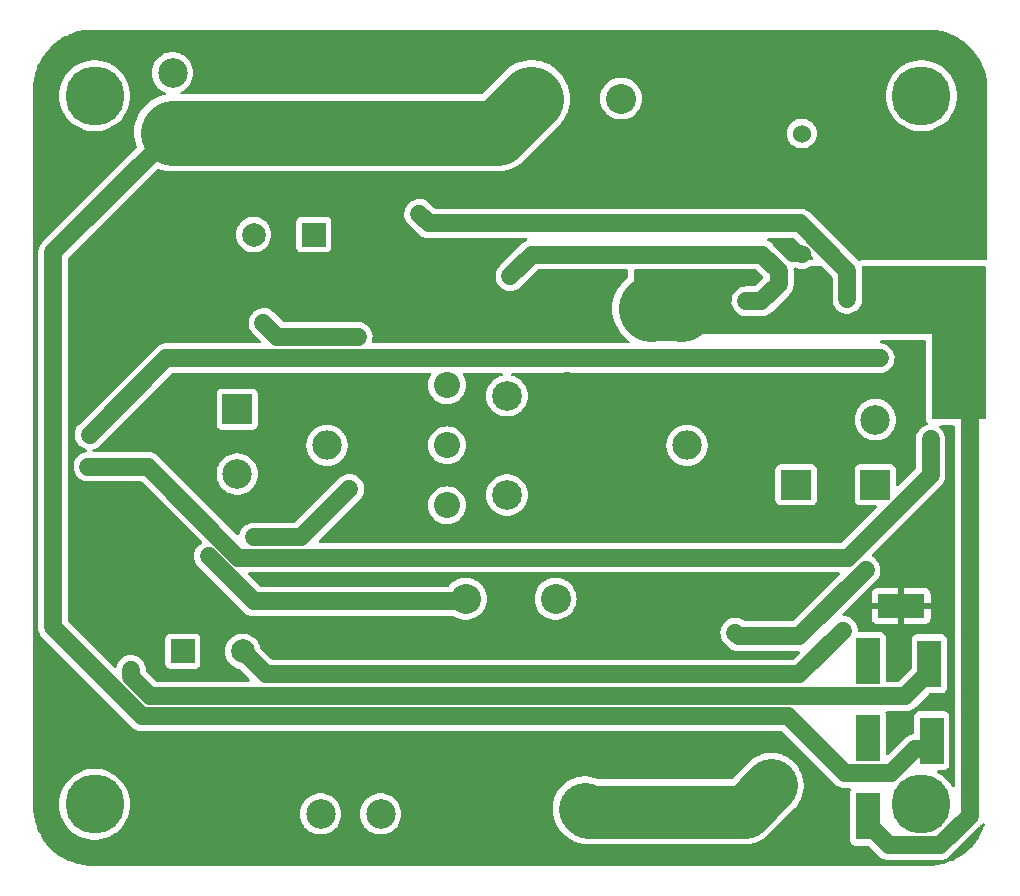
<source format=gbr>
%TF.GenerationSoftware,KiCad,Pcbnew,7.0.6-0*%
%TF.CreationDate,2023-08-01T13:46:46-04:00*%
%TF.ProjectId,Power Selector,506f7765-7220-4536-956c-6563746f722e,rev?*%
%TF.SameCoordinates,Original*%
%TF.FileFunction,Copper,L2,Bot*%
%TF.FilePolarity,Positive*%
%FSLAX46Y46*%
G04 Gerber Fmt 4.6, Leading zero omitted, Abs format (unit mm)*
G04 Created by KiCad (PCBNEW 7.0.6-0) date 2023-08-01 13:46:46*
%MOMM*%
%LPD*%
G01*
G04 APERTURE LIST*
%TA.AperFunction,ComponentPad*%
%ADD10C,2.209800*%
%TD*%
%TA.AperFunction,ComponentPad*%
%ADD11C,2.489200*%
%TD*%
%TA.AperFunction,ComponentPad*%
%ADD12C,2.514600*%
%TD*%
%TA.AperFunction,ComponentPad*%
%ADD13R,2.000000X4.000000*%
%TD*%
%TA.AperFunction,ComponentPad*%
%ADD14C,5.000000*%
%TD*%
%TA.AperFunction,ComponentPad*%
%ADD15R,2.500000X2.500000*%
%TD*%
%TA.AperFunction,ComponentPad*%
%ADD16C,2.500000*%
%TD*%
%TA.AperFunction,ComponentPad*%
%ADD17R,2.000000X2.000000*%
%TD*%
%TA.AperFunction,ComponentPad*%
%ADD18C,2.000000*%
%TD*%
%TA.AperFunction,ComponentPad*%
%ADD19C,2.540000*%
%TD*%
%TA.AperFunction,ComponentPad*%
%ADD20C,1.524000*%
%TD*%
%TA.AperFunction,ComponentPad*%
%ADD21R,4.000000X2.000000*%
%TD*%
%TA.AperFunction,ViaPad*%
%ADD22C,1.000000*%
%TD*%
%TA.AperFunction,ViaPad*%
%ADD23C,3.500000*%
%TD*%
%TA.AperFunction,Conductor*%
%ADD24C,1.500000*%
%TD*%
%TA.AperFunction,Conductor*%
%ADD25C,5.500000*%
%TD*%
%TA.AperFunction,Conductor*%
%ADD26C,4.500000*%
%TD*%
G04 APERTURE END LIST*
D10*
%TO.P,J205,1,1*%
%TO.N,GND_G*%
X105720000Y-104880000D03*
%TO.P,J205,2,2*%
X105720000Y-99800000D03*
%TO.P,J205,3,3*%
X105720000Y-94720000D03*
%TO.P,J205,4,4*%
%TO.N,Net-(F203-Pad2)*%
X95560000Y-104880000D03*
%TO.P,J205,5,5*%
X95560000Y-99800000D03*
%TO.P,J205,6,6*%
X95560000Y-94720000D03*
D11*
%TO.P,J205,7*%
%TO.N,N/C*%
X115880000Y-99800000D03*
%TO.P,J205,8*%
X85400000Y-99800000D03*
D12*
%TO.P,J205,9*%
X100640000Y-103999999D03*
%TO.P,J205,10*%
X100640000Y-95600001D03*
%TD*%
D13*
%TO.P,TP1,1,TP*%
%TO.N,Vin_Bat_G*%
X136600000Y-124800000D03*
%TD*%
D14*
%TO.P,H2,1*%
%TO.N,unconnected-(H2-Pad1)*%
X135720000Y-130200000D03*
%TD*%
D15*
%TO.P,J201,1,1*%
%TO.N,24V_Bat_G*%
X77800000Y-96740000D03*
D16*
%TO.P,J201,2,2*%
%TO.N,Net-(J201-Pad2)*%
X77800000Y-102240000D03*
%TD*%
D13*
%TO.P,TP2,1,TP*%
%TO.N,24V_Bat_G*%
X136400000Y-118300000D03*
%TD*%
D16*
%TO.P,F202,1,1*%
%TO.N,+Vin_Tether_G*%
X89940000Y-131000000D03*
%TO.P,F202,2,2*%
%TO.N,Net-(U202-Vin)*%
X84860000Y-131000000D03*
%TD*%
D13*
%TO.P,TP4,1,TP*%
%TO.N,24V_Tether_G*%
X131200000Y-118100000D03*
%TD*%
D17*
%TO.P,U201,1,Vin*%
%TO.N,Net-(U201-Vin)*%
X84260000Y-81951800D03*
D18*
%TO.P,U201,2,GND*%
%TO.N,GND_G*%
X81720000Y-81951800D03*
%TO.P,U201,3,Vout*%
%TO.N,24V_Bat_G*%
X79180000Y-81951800D03*
%TD*%
D19*
%TO.P,K203,1,1*%
%TO.N,Vin_Bat_G*%
X102700000Y-70437989D03*
%TO.P,K203,2,2*%
%TO.N,+Vin_Tether_G*%
X110300000Y-70437989D03*
%TO.P,K203,3,3*%
%TO.N,+Vin_Drone_G*%
X112800000Y-88238106D03*
D20*
%TO.P,K203,4,4*%
%TO.N,/PCB_Gauche/Relay_Active*%
X125600000Y-73400000D03*
%TO.P,K203,5,5*%
%TO.N,GND_G*%
X125600000Y-83600000D03*
%TD*%
D14*
%TO.P,H3,1*%
%TO.N,unconnected-(H3-Pad1)*%
X65720000Y-70200000D03*
%TD*%
D15*
%TO.P,J203,1,1*%
%TO.N,24V_Tether_G*%
X131823200Y-103131500D03*
D16*
%TO.P,J203,2,2*%
%TO.N,Net-(D201-Pad1)*%
X131823200Y-97631500D03*
%TD*%
D13*
%TO.P,TP6,1,TP*%
%TO.N,+Vin_Drone_G*%
X131200000Y-131200000D03*
%TD*%
D16*
%TO.P,F201,1,1*%
%TO.N,Vin_Bat_G*%
X72320000Y-73340000D03*
%TO.P,F201,2,2*%
%TO.N,Net-(U201-Vin)*%
X72320000Y-68260000D03*
%TD*%
D17*
%TO.P,U202,1,Vin*%
%TO.N,Net-(U202-Vin)*%
X73180000Y-117248200D03*
D18*
%TO.P,U202,2,GND*%
%TO.N,GND_G*%
X75720000Y-117248200D03*
%TO.P,U202,3,Vout*%
%TO.N,24V_Tether_G*%
X78260000Y-117248200D03*
%TD*%
D19*
%TO.P,K201,1,1*%
%TO.N,Net-(K201-Pad1)*%
X97150000Y-112787989D03*
%TO.P,K201,2,2*%
%TO.N,unconnected-(K201-Pad2)*%
X104750000Y-112787989D03*
%TO.P,K201,3,3*%
%TO.N,+Vin_Tether_G*%
X107250000Y-130588106D03*
D20*
%TO.P,K201,4,4*%
%TO.N,/PCB_Gauche/Relay_Active*%
X120050000Y-115750000D03*
%TO.P,K201,5,5*%
%TO.N,GND_G*%
X120050000Y-125950000D03*
%TD*%
D15*
%TO.P,J202,1,1*%
%TO.N,+Vin_Tether_G*%
X125120000Y-103131500D03*
D16*
%TO.P,J202,2,2*%
%TO.N,GND_G*%
X125120000Y-97631500D03*
%TD*%
D14*
%TO.P,H4,1*%
%TO.N,unconnected-(H4-Pad1)*%
X65720000Y-130200000D03*
%TD*%
D21*
%TO.P,TP5,1,TP*%
%TO.N,GND_G*%
X134000000Y-113400000D03*
%TD*%
D14*
%TO.P,H1,1*%
%TO.N,unconnected-(H1-Pad1)*%
X135720000Y-70200000D03*
%TD*%
D13*
%TO.P,TP3,1,TP*%
%TO.N,+Vin_Tether_G*%
X131200000Y-124600000D03*
%TD*%
D22*
%TO.N,24V_Tether_G*%
X129100000Y-115500000D03*
%TO.N,Net-(K201-Pad1)*%
X75400000Y-109200000D03*
%TO.N,/PCB_Gauche/Relay_Active*%
X131000000Y-110350000D03*
%TO.N,/PCB_Gauche/SCL*%
X136500000Y-99300000D03*
%TO.N,+Vin_Drone_G*%
X114850000Y-86500000D03*
X115400000Y-88200000D03*
X124150000Y-89000000D03*
X119200000Y-85800000D03*
X127500000Y-85800000D03*
X131300000Y-89200000D03*
X134300000Y-85900000D03*
X136700000Y-89200000D03*
X139800000Y-96700000D03*
X139800000Y-94000000D03*
X139700000Y-91400000D03*
X139700000Y-88700000D03*
X139700000Y-85900000D03*
%TO.N,/PCB_Gauche/SDA*%
X132200000Y-92400000D03*
%TO.N,Net-(D201-Pad1)*%
X129450000Y-87400000D03*
%TO.N,/PCB_Gauche/Relay_Active*%
X120900000Y-87600000D03*
X122250000Y-83650000D03*
X100930000Y-85470000D03*
%TO.N,Net-(D201-Pad1)*%
X93200000Y-80200000D03*
%TO.N,24V_Bat_G*%
X88000000Y-90600000D03*
X80020000Y-89520000D03*
%TO.N,24V_Tether_G*%
X87300000Y-103500000D03*
X79200000Y-107600000D03*
%TO.N,24V_Bat_G*%
X68800000Y-118800000D03*
%TO.N,/PCB_Gauche/SCL*%
X65200000Y-101600000D03*
%TO.N,/PCB_Gauche/SDA*%
X65100000Y-98900000D03*
D23*
%TO.N,+Vin_Tether_G*%
X123000000Y-128600000D03*
%TD*%
D24*
%TO.N,24V_Tether_G*%
X129100000Y-115500000D02*
X125400000Y-119200000D01*
X125400000Y-119200000D02*
X80211800Y-119200000D01*
X80211800Y-119200000D02*
X78260000Y-117248200D01*
D25*
%TO.N,Vin_Bat_G*%
X102700000Y-70437989D02*
X99797989Y-73340000D01*
X99797989Y-73340000D02*
X72320000Y-73340000D01*
D24*
%TO.N,/PCB_Gauche/Relay_Active*%
X122250000Y-83650000D02*
X102750000Y-83650000D01*
X102750000Y-83650000D02*
X100930000Y-85470000D01*
%TO.N,24V_Tether_G*%
X79200000Y-107600000D02*
X83200000Y-107600000D01*
X83200000Y-107600000D02*
X87300000Y-103500000D01*
%TO.N,Net-(K201-Pad1)*%
X97150000Y-112787989D02*
X96933400Y-113004589D01*
X79204589Y-113004589D02*
X75400000Y-109200000D01*
X96933400Y-113004589D02*
X79204589Y-113004589D01*
%TO.N,/PCB_Gauche/Relay_Active*%
X130992800Y-110350000D02*
X125376200Y-115966600D01*
X131000000Y-110350000D02*
X130992800Y-110350000D01*
X125376200Y-115966600D02*
X120266600Y-115966600D01*
X120266600Y-115966600D02*
X119960000Y-115660000D01*
D26*
%TO.N,+Vin_Tether_G*%
X123000000Y-128600000D02*
X120795294Y-130804706D01*
X120795294Y-130804706D02*
X107466600Y-130804706D01*
X107466600Y-130804706D02*
X107250000Y-130588106D01*
D24*
%TO.N,/PCB_Gauche/SCL*%
X129500000Y-109300000D02*
X77904164Y-109300000D01*
X136500000Y-99300000D02*
X136500000Y-102300000D01*
X136500000Y-102300000D02*
X129500000Y-109300000D01*
X77904164Y-109300000D02*
X70204164Y-101600000D01*
X70204164Y-101600000D02*
X65200000Y-101600000D01*
D25*
%TO.N,+Vin_Drone_G*%
X115400000Y-88200000D02*
X112838106Y-88200000D01*
X112838106Y-88200000D02*
X112800000Y-88238106D01*
D24*
%TO.N,/PCB_Gauche/Relay_Active*%
X122250000Y-83650000D02*
X123650000Y-85050000D01*
X123650000Y-85050000D02*
X123650000Y-86100000D01*
X123650000Y-86100000D02*
X122150000Y-87600000D01*
X122150000Y-87600000D02*
X120900000Y-87600000D01*
D25*
%TO.N,+Vin_Drone_G*%
X115400000Y-88200000D02*
X115361894Y-88238106D01*
D24*
X139800000Y-96700000D02*
X139800000Y-94000000D01*
%TO.N,/PCB_Gauche/SDA*%
X132200000Y-92400000D02*
X71800000Y-92400000D01*
X71800000Y-92400000D02*
X65300000Y-98900000D01*
%TO.N,24V_Bat_G*%
X88000000Y-90600000D02*
X81200000Y-90600000D01*
X81200000Y-90600000D02*
X80020000Y-89420000D01*
X136400000Y-119000000D02*
X134350000Y-121050000D01*
X68800000Y-119400000D02*
X68800000Y-118800000D01*
X134350000Y-121050000D02*
X70450000Y-121050000D01*
X70450000Y-121050000D02*
X68800000Y-119400000D01*
%TO.N,Net-(D201-Pad1)*%
X129450000Y-87400000D02*
X129450000Y-85028866D01*
X125421134Y-81000000D02*
X94000000Y-81000000D01*
X94000000Y-81000000D02*
X93200000Y-80200000D01*
X129450000Y-85028866D02*
X125421134Y-81000000D01*
%TO.N,Vin_Bat_G*%
X124450000Y-122750000D02*
X69745836Y-122750000D01*
X69745836Y-122750000D02*
X62200000Y-115204164D01*
X129250000Y-127550000D02*
X124450000Y-122750000D01*
X62200000Y-83460000D02*
X72320000Y-73340000D01*
X62200000Y-115204164D02*
X62200000Y-83460000D01*
X135200000Y-125500000D02*
X133150000Y-127550000D01*
X136600000Y-125500000D02*
X135200000Y-125500000D01*
X133150000Y-127550000D02*
X129250000Y-127550000D01*
%TO.N,+Vin_Drone_G*%
X137293005Y-133650000D02*
X139800000Y-131143005D01*
X139800000Y-131143005D02*
X139800000Y-96700000D01*
X132950000Y-133650000D02*
X137293005Y-133650000D01*
X131200000Y-131900000D02*
X132950000Y-133650000D01*
%TD*%
%TA.AperFunction,Conductor*%
%TO.N,GND_G*%
G36*
X136537318Y-64609488D02*
G01*
X136735934Y-64618160D01*
X136740865Y-64618574D01*
X136956792Y-64645489D01*
X137152940Y-64671313D01*
X137157265Y-64671883D01*
X137161894Y-64672671D01*
X137374183Y-64717183D01*
X137572534Y-64761157D01*
X137576778Y-64762257D01*
X137784544Y-64824112D01*
X137978658Y-64885317D01*
X137982530Y-64886680D01*
X138184457Y-64965472D01*
X138372817Y-65043494D01*
X138376252Y-65045045D01*
X138451343Y-65081755D01*
X138570992Y-65140249D01*
X138708629Y-65211897D01*
X138752009Y-65234479D01*
X138755107Y-65236207D01*
X138941382Y-65347202D01*
X139113662Y-65456957D01*
X139116377Y-65458789D01*
X139292918Y-65584837D01*
X139455098Y-65709282D01*
X139457426Y-65711159D01*
X139623055Y-65851439D01*
X139774895Y-65990574D01*
X139929424Y-66145103D01*
X140068555Y-66296938D01*
X140083008Y-66314003D01*
X140208839Y-66462572D01*
X140210716Y-66464900D01*
X140335162Y-66627081D01*
X140461209Y-66803621D01*
X140463040Y-66806335D01*
X140572797Y-66978617D01*
X140683791Y-67164891D01*
X140685525Y-67168000D01*
X140779750Y-67349007D01*
X140845992Y-67484503D01*
X140874953Y-67543744D01*
X140876524Y-67547229D01*
X140954536Y-67735566D01*
X141033309Y-67937445D01*
X141034681Y-67941340D01*
X141095899Y-68135496D01*
X141157735Y-68343200D01*
X141158843Y-68347472D01*
X141202818Y-68545826D01*
X141247326Y-68758101D01*
X141248115Y-68762733D01*
X141274524Y-68963319D01*
X141301422Y-69179114D01*
X141301839Y-69184080D01*
X141310513Y-69382728D01*
X141319500Y-69600000D01*
X141319500Y-83986406D01*
X141299815Y-84053445D01*
X141247011Y-84099200D01*
X141177854Y-84109144D01*
X141076000Y-84094500D01*
X130783750Y-84094500D01*
X130767766Y-84095006D01*
X130744143Y-84096502D01*
X130712341Y-84099527D01*
X130712341Y-84099528D01*
X130573644Y-84137806D01*
X130509623Y-84165790D01*
X130509617Y-84165792D01*
X130509607Y-84165797D01*
X130498532Y-84172662D01*
X130431180Y-84191247D01*
X130364471Y-84170469D01*
X130347516Y-84156890D01*
X130346424Y-84155846D01*
X130324320Y-84134712D01*
X126357490Y-80167882D01*
X126352853Y-80162693D01*
X126328641Y-80132332D01*
X126277165Y-80087359D01*
X126274131Y-80084523D01*
X126265663Y-80076055D01*
X126233315Y-80049049D01*
X126159130Y-79984235D01*
X126155375Y-79981991D01*
X126139507Y-79970732D01*
X126136153Y-79967932D01*
X126136152Y-79967931D01*
X126136147Y-79967927D01*
X126068748Y-79929685D01*
X126050474Y-79919316D01*
X125965898Y-79868785D01*
X125965895Y-79868783D01*
X125961803Y-79867248D01*
X125944178Y-79859002D01*
X125940379Y-79856846D01*
X125847387Y-79824307D01*
X125755163Y-79789694D01*
X125755153Y-79789691D01*
X125750857Y-79788912D01*
X125732052Y-79783949D01*
X125727918Y-79782502D01*
X125727913Y-79782501D01*
X125630606Y-79767089D01*
X125533684Y-79749500D01*
X125533681Y-79749500D01*
X125529306Y-79749500D01*
X125509903Y-79747972D01*
X125505594Y-79747289D01*
X125407112Y-79749500D01*
X94569336Y-79749500D01*
X94502297Y-79729815D01*
X94481655Y-79713181D01*
X94044533Y-79276059D01*
X94044529Y-79276055D01*
X93915019Y-79167932D01*
X93915013Y-79167928D01*
X93719245Y-79056847D01*
X93506786Y-78982502D01*
X93506783Y-78982501D01*
X93284460Y-78947289D01*
X93059421Y-78952340D01*
X92838911Y-78997490D01*
X92838898Y-78997494D01*
X92629991Y-79081292D01*
X92439395Y-79201051D01*
X92273254Y-79352911D01*
X92136889Y-79532009D01*
X92034701Y-79732563D01*
X91969963Y-79948150D01*
X91944762Y-80171820D01*
X91944761Y-80171831D01*
X91959903Y-80396407D01*
X91959903Y-80396412D01*
X92014902Y-80614678D01*
X92014903Y-80614681D01*
X92107991Y-80819622D01*
X92107997Y-80819632D01*
X92236180Y-81004654D01*
X93063642Y-81832116D01*
X93068279Y-81837304D01*
X93092492Y-81867666D01*
X93143967Y-81912639D01*
X93147000Y-81915474D01*
X93155471Y-81923945D01*
X93155475Y-81923949D01*
X93155479Y-81923952D01*
X93187811Y-81950944D01*
X93262002Y-82015764D01*
X93265755Y-82018006D01*
X93281626Y-82029266D01*
X93284982Y-82032068D01*
X93284986Y-82032071D01*
X93370648Y-82080676D01*
X93455227Y-82131210D01*
X93455230Y-82131211D01*
X93455236Y-82131215D01*
X93459327Y-82132750D01*
X93476955Y-82140996D01*
X93480755Y-82143153D01*
X93573740Y-82175690D01*
X93665976Y-82210307D01*
X93665980Y-82210307D01*
X93665981Y-82210308D01*
X93670264Y-82211085D01*
X93689086Y-82216052D01*
X93693218Y-82217498D01*
X93790523Y-82232909D01*
X93822833Y-82238772D01*
X93887451Y-82250500D01*
X93887453Y-82250500D01*
X93891828Y-82250500D01*
X93911231Y-82252028D01*
X93912938Y-82252297D01*
X93915540Y-82252710D01*
X94014022Y-82250500D01*
X102230705Y-82250500D01*
X102297744Y-82270185D01*
X102343499Y-82322989D01*
X102353443Y-82392147D01*
X102324418Y-82455703D01*
X102284507Y-82486219D01*
X102241676Y-82506846D01*
X102220055Y-82517258D01*
X102130376Y-82557991D01*
X102126772Y-82560488D01*
X102109980Y-82570267D01*
X102106029Y-82572170D01*
X102106018Y-82572176D01*
X102026314Y-82630085D01*
X101945347Y-82686178D01*
X101942239Y-82689286D01*
X101927465Y-82701903D01*
X101923928Y-82704473D01*
X101923921Y-82704478D01*
X101855846Y-82775679D01*
X100006059Y-84625466D01*
X99897932Y-84754980D01*
X99897928Y-84754986D01*
X99786847Y-84950754D01*
X99712502Y-85163213D01*
X99712501Y-85163216D01*
X99677289Y-85385536D01*
X99682340Y-85610578D01*
X99727490Y-85831088D01*
X99727494Y-85831101D01*
X99811292Y-86040008D01*
X99931051Y-86230604D01*
X100082911Y-86396745D01*
X100082914Y-86396748D01*
X100262005Y-86533108D01*
X100462565Y-86635299D01*
X100678149Y-86700036D01*
X100901827Y-86725238D01*
X100901829Y-86725237D01*
X100901831Y-86725238D01*
X101001642Y-86718508D01*
X101126412Y-86710096D01*
X101344683Y-86655096D01*
X101549626Y-86562007D01*
X101734654Y-86433820D01*
X103231655Y-84936818D01*
X103292978Y-84903334D01*
X103319336Y-84900500D01*
X110770500Y-84900500D01*
X110837539Y-84920185D01*
X110883294Y-84972989D01*
X110894500Y-85024500D01*
X110894500Y-85527305D01*
X110874815Y-85594344D01*
X110841167Y-85629198D01*
X110838578Y-85630993D01*
X110838571Y-85630998D01*
X110754018Y-85704635D01*
X110666467Y-85774737D01*
X110666454Y-85774748D01*
X110620365Y-85820838D01*
X110617244Y-85823750D01*
X110568096Y-85866555D01*
X110492146Y-85949057D01*
X110438196Y-86003009D01*
X110360323Y-86089975D01*
X110258801Y-86203354D01*
X110258790Y-86203367D01*
X110050376Y-86495267D01*
X110050371Y-86495276D01*
X109875343Y-86808318D01*
X109875340Y-86808324D01*
X109735799Y-87138750D01*
X109633460Y-87482501D01*
X109633460Y-87482502D01*
X109569556Y-87835431D01*
X109569556Y-87835434D01*
X109544866Y-88193251D01*
X109549334Y-88301292D01*
X109559688Y-88551615D01*
X109613843Y-88906173D01*
X109684040Y-89168150D01*
X109706675Y-89252624D01*
X109706679Y-89252637D01*
X109837052Y-89586755D01*
X109837055Y-89586761D01*
X110003397Y-89904515D01*
X110003398Y-89904518D01*
X110203687Y-90202048D01*
X110203693Y-90202057D01*
X110435501Y-90475752D01*
X110435504Y-90475754D01*
X110696009Y-90722282D01*
X110696013Y-90722285D01*
X110966123Y-90926606D01*
X111007713Y-90982749D01*
X111012349Y-91052465D01*
X110978557Y-91113619D01*
X110917067Y-91146797D01*
X110891316Y-91149500D01*
X89312296Y-91149500D01*
X89245257Y-91129815D01*
X89199502Y-91077011D01*
X89189558Y-91007853D01*
X89192912Y-90993429D01*
X89192864Y-90993418D01*
X89212930Y-90905500D01*
X89244191Y-90768537D01*
X89254290Y-90543670D01*
X89224075Y-90320613D01*
X89154517Y-90106536D01*
X89047852Y-89908319D01*
X88907508Y-89732334D01*
X88737996Y-89584235D01*
X88544764Y-89468785D01*
X88439394Y-89429239D01*
X88334023Y-89389692D01*
X88112550Y-89349500D01*
X88112547Y-89349500D01*
X81769336Y-89349500D01*
X81702297Y-89329815D01*
X81681655Y-89313181D01*
X80864533Y-88496059D01*
X80864532Y-88496058D01*
X80864529Y-88496055D01*
X80735019Y-88387932D01*
X80735013Y-88387928D01*
X80539245Y-88276847D01*
X80326786Y-88202502D01*
X80326783Y-88202501D01*
X80104460Y-88167289D01*
X79879421Y-88172340D01*
X79658911Y-88217490D01*
X79658898Y-88217494D01*
X79449991Y-88301292D01*
X79259395Y-88421051D01*
X79093254Y-88572911D01*
X78956889Y-88752009D01*
X78854701Y-88952563D01*
X78789963Y-89168150D01*
X78764762Y-89391820D01*
X78764761Y-89391831D01*
X78779903Y-89616407D01*
X78779903Y-89616412D01*
X78834902Y-89834678D01*
X78834903Y-89834681D01*
X78927991Y-90039622D01*
X78927997Y-90039632D01*
X79056180Y-90224654D01*
X79769345Y-90937819D01*
X79802830Y-90999142D01*
X79797846Y-91068834D01*
X79755974Y-91124767D01*
X79690510Y-91149184D01*
X79681664Y-91149500D01*
X71873697Y-91149500D01*
X71866758Y-91149110D01*
X71839907Y-91146085D01*
X71828174Y-91144763D01*
X71828168Y-91144762D01*
X71782704Y-91147828D01*
X71759976Y-91149360D01*
X71755823Y-91149500D01*
X71743838Y-91149500D01*
X71701856Y-91153278D01*
X71603590Y-91159903D01*
X71599349Y-91160972D01*
X71580176Y-91164230D01*
X71575813Y-91164622D01*
X71575804Y-91164624D01*
X71480840Y-91190833D01*
X71385315Y-91214903D01*
X71385312Y-91214904D01*
X71381319Y-91216718D01*
X71363059Y-91223338D01*
X71358850Y-91224500D01*
X71358835Y-91224505D01*
X71358830Y-91224507D01*
X71358825Y-91224509D01*
X71358826Y-91224509D01*
X71270070Y-91267250D01*
X71180375Y-91307991D01*
X71176775Y-91310486D01*
X71159971Y-91320271D01*
X71156031Y-91322168D01*
X71156028Y-91322170D01*
X71076323Y-91380078D01*
X70995349Y-91436177D01*
X70995343Y-91436182D01*
X70992239Y-91439286D01*
X70977465Y-91451903D01*
X70973928Y-91454473D01*
X70973921Y-91454478D01*
X70905846Y-91525679D01*
X64376059Y-98055466D01*
X64267932Y-98184980D01*
X64267928Y-98184986D01*
X64156847Y-98380754D01*
X64082502Y-98593213D01*
X64082501Y-98593216D01*
X64047289Y-98815536D01*
X64052340Y-99040578D01*
X64097490Y-99261088D01*
X64097494Y-99261101D01*
X64181292Y-99470008D01*
X64301051Y-99660604D01*
X64428464Y-99799999D01*
X64452914Y-99826748D01*
X64632005Y-99963108D01*
X64832565Y-100065299D01*
X65017462Y-100120821D01*
X65076008Y-100158954D01*
X65104644Y-100222687D01*
X65094277Y-100291783D01*
X65048200Y-100344306D01*
X64992918Y-100363083D01*
X64975812Y-100364622D01*
X64975807Y-100364623D01*
X64758839Y-100424503D01*
X64758826Y-100424508D01*
X64556033Y-100522167D01*
X64556025Y-100522171D01*
X64373927Y-100654473D01*
X64373925Y-100654474D01*
X64218366Y-100817176D01*
X64094363Y-101005033D01*
X64005899Y-101212004D01*
X64005895Y-101212017D01*
X63955810Y-101431457D01*
X63955808Y-101431468D01*
X63945710Y-101656325D01*
X63945710Y-101656330D01*
X63975925Y-101879387D01*
X63975926Y-101879390D01*
X64045483Y-102093465D01*
X64152146Y-102291678D01*
X64152148Y-102291681D01*
X64292489Y-102467663D01*
X64292491Y-102467664D01*
X64292492Y-102467666D01*
X64462004Y-102615765D01*
X64655236Y-102731215D01*
X64865976Y-102810307D01*
X65087450Y-102850500D01*
X65087453Y-102850500D01*
X69634828Y-102850500D01*
X69701867Y-102870185D01*
X69722509Y-102886819D01*
X74773465Y-107937775D01*
X74806950Y-107999098D01*
X74801966Y-108068790D01*
X74760094Y-108124723D01*
X74751757Y-108130449D01*
X74639397Y-108201050D01*
X74473254Y-108352911D01*
X74336889Y-108532009D01*
X74234701Y-108732563D01*
X74169963Y-108948150D01*
X74144762Y-109171820D01*
X74144761Y-109171831D01*
X74159903Y-109396407D01*
X74159903Y-109396412D01*
X74214902Y-109614678D01*
X74214903Y-109614681D01*
X74307991Y-109819622D01*
X74307997Y-109819632D01*
X74436180Y-110004654D01*
X78268231Y-113836705D01*
X78272868Y-113841893D01*
X78297081Y-113872255D01*
X78348556Y-113917228D01*
X78351589Y-113920063D01*
X78360059Y-113928533D01*
X78367307Y-113934584D01*
X78392403Y-113955536D01*
X78466593Y-114020354D01*
X78470339Y-114022592D01*
X78486213Y-114033854D01*
X78489570Y-114036657D01*
X78575248Y-114085272D01*
X78659825Y-114135804D01*
X78663916Y-114137339D01*
X78681544Y-114145585D01*
X78685344Y-114147742D01*
X78778335Y-114180281D01*
X78870565Y-114214896D01*
X78873154Y-114215365D01*
X78874863Y-114215676D01*
X78893678Y-114220642D01*
X78897806Y-114222087D01*
X78995116Y-114237499D01*
X79092039Y-114255089D01*
X79092042Y-114255089D01*
X79096417Y-114255089D01*
X79115820Y-114256617D01*
X79117527Y-114256886D01*
X79120129Y-114257299D01*
X79218591Y-114255089D01*
X96120618Y-114255089D01*
X96187657Y-114274774D01*
X96190436Y-114276612D01*
X96262268Y-114325587D01*
X96501350Y-114440723D01*
X96754922Y-114518939D01*
X96754923Y-114518939D01*
X96754926Y-114518940D01*
X97017311Y-114558488D01*
X97017316Y-114558488D01*
X97017319Y-114558489D01*
X97017320Y-114558489D01*
X97282680Y-114558489D01*
X97282681Y-114558489D01*
X97282688Y-114558488D01*
X97545073Y-114518940D01*
X97545074Y-114518939D01*
X97545078Y-114518939D01*
X97798650Y-114440723D01*
X97990071Y-114348539D01*
X98037725Y-114325591D01*
X98037725Y-114325590D01*
X98037733Y-114325587D01*
X98256984Y-114176103D01*
X98451508Y-113995612D01*
X98616958Y-113788144D01*
X98749639Y-113558334D01*
X98846586Y-113311316D01*
X98905635Y-113052608D01*
X98907999Y-113021066D01*
X98925465Y-112787993D01*
X102974535Y-112787993D01*
X102994363Y-113052598D01*
X102994364Y-113052603D01*
X103053410Y-113311302D01*
X103053412Y-113311311D01*
X103053414Y-113311316D01*
X103150361Y-113558334D01*
X103283042Y-113788144D01*
X103448492Y-113995612D01*
X103643016Y-114176103D01*
X103862268Y-114325587D01*
X104101350Y-114440723D01*
X104354922Y-114518939D01*
X104354923Y-114518939D01*
X104354926Y-114518940D01*
X104617311Y-114558488D01*
X104617316Y-114558488D01*
X104617319Y-114558489D01*
X104617320Y-114558489D01*
X104882680Y-114558489D01*
X104882681Y-114558489D01*
X104882688Y-114558488D01*
X105145073Y-114518940D01*
X105145074Y-114518939D01*
X105145078Y-114518939D01*
X105398650Y-114440723D01*
X105590071Y-114348539D01*
X105637725Y-114325591D01*
X105637725Y-114325590D01*
X105637733Y-114325587D01*
X105856984Y-114176103D01*
X106051508Y-113995612D01*
X106216958Y-113788144D01*
X106349639Y-113558334D01*
X106446586Y-113311316D01*
X106505635Y-113052608D01*
X106507999Y-113021066D01*
X106525465Y-112787993D01*
X106525465Y-112787984D01*
X106505636Y-112523379D01*
X106505635Y-112523374D01*
X106505635Y-112523370D01*
X106446586Y-112264662D01*
X106349639Y-112017644D01*
X106216958Y-111787834D01*
X106051508Y-111580366D01*
X105856984Y-111399875D01*
X105744165Y-111322956D01*
X105637736Y-111250393D01*
X105637725Y-111250386D01*
X105398655Y-111135257D01*
X105398636Y-111135250D01*
X105145083Y-111057040D01*
X105145073Y-111057037D01*
X104882688Y-111017489D01*
X104882681Y-111017489D01*
X104617319Y-111017489D01*
X104617311Y-111017489D01*
X104354926Y-111057037D01*
X104354916Y-111057040D01*
X104101363Y-111135250D01*
X104101344Y-111135257D01*
X103862276Y-111250386D01*
X103862274Y-111250387D01*
X103643015Y-111399875D01*
X103448494Y-111580364D01*
X103448492Y-111580366D01*
X103283042Y-111787834D01*
X103150361Y-112017643D01*
X103053416Y-112264656D01*
X103053410Y-112264675D01*
X102994364Y-112523374D01*
X102994363Y-112523379D01*
X102974535Y-112787984D01*
X102974535Y-112787993D01*
X98925465Y-112787993D01*
X98925465Y-112787984D01*
X98905636Y-112523379D01*
X98905635Y-112523374D01*
X98905635Y-112523370D01*
X98846586Y-112264662D01*
X98749639Y-112017644D01*
X98616958Y-111787834D01*
X98451508Y-111580366D01*
X98256984Y-111399875D01*
X98144165Y-111322956D01*
X98037736Y-111250393D01*
X98037725Y-111250386D01*
X97798655Y-111135257D01*
X97798636Y-111135250D01*
X97545083Y-111057040D01*
X97545073Y-111057037D01*
X97282688Y-111017489D01*
X97282681Y-111017489D01*
X97017319Y-111017489D01*
X97017311Y-111017489D01*
X96754926Y-111057037D01*
X96754916Y-111057040D01*
X96501363Y-111135250D01*
X96501344Y-111135257D01*
X96262276Y-111250386D01*
X96262274Y-111250387D01*
X96043015Y-111399875D01*
X95848494Y-111580364D01*
X95848492Y-111580366D01*
X95747185Y-111707402D01*
X95689997Y-111747542D01*
X95650238Y-111754089D01*
X79773926Y-111754089D01*
X79706887Y-111734404D01*
X79686245Y-111717770D01*
X78730656Y-110762181D01*
X78697171Y-110700858D01*
X78702155Y-110631166D01*
X78744027Y-110575233D01*
X78809491Y-110550816D01*
X78818337Y-110550500D01*
X128724464Y-110550500D01*
X128791503Y-110570185D01*
X128837258Y-110622989D01*
X128847202Y-110692147D01*
X128818177Y-110755703D01*
X128812145Y-110762181D01*
X124894545Y-114679781D01*
X124833222Y-114713266D01*
X124806864Y-114716100D01*
X120825585Y-114716100D01*
X120758546Y-114696415D01*
X120746116Y-114687288D01*
X120675019Y-114627932D01*
X120675013Y-114627928D01*
X120479245Y-114516847D01*
X120266786Y-114442502D01*
X120266783Y-114442501D01*
X120044460Y-114407289D01*
X119819421Y-114412340D01*
X119598911Y-114457490D01*
X119598898Y-114457494D01*
X119389991Y-114541292D01*
X119199395Y-114661051D01*
X119033254Y-114812911D01*
X118896889Y-114992009D01*
X118794701Y-115192563D01*
X118729963Y-115408150D01*
X118704762Y-115631820D01*
X118704761Y-115631831D01*
X118719903Y-115856407D01*
X118719903Y-115856412D01*
X118774902Y-116074678D01*
X118774903Y-116074681D01*
X118867991Y-116279622D01*
X118867997Y-116279632D01*
X118996180Y-116464654D01*
X119031859Y-116500333D01*
X119045752Y-116516889D01*
X119079174Y-116564620D01*
X119183527Y-116668973D01*
X119235381Y-116720827D01*
X119283106Y-116754244D01*
X119299664Y-116768138D01*
X119330242Y-116798716D01*
X119334879Y-116803904D01*
X119359092Y-116834266D01*
X119410567Y-116879239D01*
X119413600Y-116882074D01*
X119422071Y-116890545D01*
X119422075Y-116890549D01*
X119422079Y-116890552D01*
X119454417Y-116917549D01*
X119528601Y-116982363D01*
X119532350Y-116984603D01*
X119548224Y-116995865D01*
X119551581Y-116998668D01*
X119637259Y-117047283D01*
X119721836Y-117097815D01*
X119725927Y-117099350D01*
X119743555Y-117107596D01*
X119747355Y-117109753D01*
X119840340Y-117142290D01*
X119932576Y-117176907D01*
X119932580Y-117176907D01*
X119932581Y-117176908D01*
X119936864Y-117177685D01*
X119955686Y-117182652D01*
X119959818Y-117184098D01*
X120057123Y-117199509D01*
X120077698Y-117203243D01*
X120154051Y-117217100D01*
X120154053Y-117217100D01*
X120158428Y-117217100D01*
X120177831Y-117218628D01*
X120179538Y-117218897D01*
X120182140Y-117219310D01*
X120280622Y-117217100D01*
X125302493Y-117217100D01*
X125309433Y-117217489D01*
X125324319Y-117219166D01*
X125327320Y-117219505D01*
X125391734Y-117246570D01*
X125431290Y-117304165D01*
X125433429Y-117374002D01*
X125401119Y-117430406D01*
X124918345Y-117913181D01*
X124857022Y-117946666D01*
X124830664Y-117949500D01*
X80781136Y-117949500D01*
X80714097Y-117929815D01*
X80693455Y-117913181D01*
X79757197Y-116976923D01*
X79724672Y-116919682D01*
X79684063Y-116759319D01*
X79584173Y-116531593D01*
X79540440Y-116464654D01*
X79448166Y-116323417D01*
X79382546Y-116252135D01*
X79279744Y-116140462D01*
X79083509Y-115987726D01*
X79083507Y-115987725D01*
X79083506Y-115987724D01*
X78864811Y-115869372D01*
X78864802Y-115869369D01*
X78629616Y-115788629D01*
X78384335Y-115747700D01*
X78135665Y-115747700D01*
X77890383Y-115788629D01*
X77655197Y-115869369D01*
X77655188Y-115869372D01*
X77436493Y-115987724D01*
X77240257Y-116140461D01*
X77071833Y-116323417D01*
X76935826Y-116531593D01*
X76835936Y-116759318D01*
X76774892Y-117000375D01*
X76774890Y-117000387D01*
X76754357Y-117248194D01*
X76754357Y-117248205D01*
X76774890Y-117496012D01*
X76774892Y-117496024D01*
X76835936Y-117737081D01*
X76935826Y-117964806D01*
X77071833Y-118172982D01*
X77071836Y-118172985D01*
X77240256Y-118355938D01*
X77436491Y-118508674D01*
X77436493Y-118508675D01*
X77604640Y-118599672D01*
X77655190Y-118627028D01*
X77811423Y-118680663D01*
X77890380Y-118707769D01*
X77890385Y-118707771D01*
X77924073Y-118713392D01*
X77986959Y-118743841D01*
X77991346Y-118748020D01*
X78831145Y-119587819D01*
X78864630Y-119649142D01*
X78859646Y-119718834D01*
X78817774Y-119774767D01*
X78752310Y-119799184D01*
X78743464Y-119799500D01*
X71019337Y-119799500D01*
X70952298Y-119779815D01*
X70931656Y-119763181D01*
X70086819Y-118918344D01*
X70053334Y-118857021D01*
X70050500Y-118830663D01*
X70050500Y-118743850D01*
X70050499Y-118743841D01*
X70035377Y-118575812D01*
X70024728Y-118537225D01*
X69975496Y-118358839D01*
X69975491Y-118358826D01*
X69945272Y-118296076D01*
X69945269Y-118296070D01*
X71679500Y-118296070D01*
X71679501Y-118296076D01*
X71685908Y-118355683D01*
X71736202Y-118490528D01*
X71736206Y-118490535D01*
X71822452Y-118605744D01*
X71822455Y-118605747D01*
X71937664Y-118691993D01*
X71937671Y-118691997D01*
X72072517Y-118742291D01*
X72072516Y-118742291D01*
X72079444Y-118743035D01*
X72132127Y-118748700D01*
X74227872Y-118748699D01*
X74287483Y-118742291D01*
X74422331Y-118691996D01*
X74537546Y-118605746D01*
X74623796Y-118490531D01*
X74674091Y-118355683D01*
X74680500Y-118296073D01*
X74680499Y-116200328D01*
X74674091Y-116140717D01*
X74649461Y-116074681D01*
X74623797Y-116005871D01*
X74623793Y-116005864D01*
X74537547Y-115890655D01*
X74537544Y-115890652D01*
X74422335Y-115804406D01*
X74422328Y-115804402D01*
X74287482Y-115754108D01*
X74287483Y-115754108D01*
X74227883Y-115747701D01*
X74227881Y-115747700D01*
X74227873Y-115747700D01*
X74227864Y-115747700D01*
X72132129Y-115747700D01*
X72132123Y-115747701D01*
X72072516Y-115754108D01*
X71937671Y-115804402D01*
X71937664Y-115804406D01*
X71822455Y-115890652D01*
X71822452Y-115890655D01*
X71736206Y-116005864D01*
X71736202Y-116005871D01*
X71685908Y-116140717D01*
X71679501Y-116200316D01*
X71679501Y-116200323D01*
X71679500Y-116200335D01*
X71679500Y-118296070D01*
X69945269Y-118296070D01*
X69925603Y-118255232D01*
X69877832Y-118156033D01*
X69877828Y-118156025D01*
X69745526Y-117973927D01*
X69745525Y-117973925D01*
X69719978Y-117949500D01*
X69582825Y-117818368D01*
X69582823Y-117818366D01*
X69394966Y-117694363D01*
X69187995Y-117605899D01*
X69187982Y-117605895D01*
X68968542Y-117555810D01*
X68968538Y-117555809D01*
X68968537Y-117555809D01*
X68968536Y-117555808D01*
X68968531Y-117555808D01*
X68743674Y-117545710D01*
X68743673Y-117545710D01*
X68743670Y-117545710D01*
X68520613Y-117575925D01*
X68520610Y-117575925D01*
X68520609Y-117575926D01*
X68306534Y-117645483D01*
X68108321Y-117752146D01*
X68108318Y-117752148D01*
X67932336Y-117892489D01*
X67784236Y-118062003D01*
X67668787Y-118255232D01*
X67668786Y-118255234D01*
X67589692Y-118465977D01*
X67576762Y-118537225D01*
X67545423Y-118599672D01*
X67485297Y-118635263D01*
X67415474Y-118632697D01*
X67367074Y-118602764D01*
X63486819Y-114722508D01*
X63453334Y-114661185D01*
X63450500Y-114634827D01*
X63450500Y-84029335D01*
X63470185Y-83962296D01*
X63486814Y-83941659D01*
X65476668Y-81951805D01*
X77674357Y-81951805D01*
X77694890Y-82199612D01*
X77694892Y-82199624D01*
X77755936Y-82440681D01*
X77855826Y-82668406D01*
X77991833Y-82876582D01*
X77991836Y-82876585D01*
X78160256Y-83059538D01*
X78356491Y-83212274D01*
X78575190Y-83330628D01*
X78810386Y-83411371D01*
X79055665Y-83452300D01*
X79304335Y-83452300D01*
X79549614Y-83411371D01*
X79784810Y-83330628D01*
X80003509Y-83212274D01*
X80199744Y-83059538D01*
X80254856Y-82999670D01*
X82759500Y-82999670D01*
X82759501Y-82999676D01*
X82765908Y-83059283D01*
X82816202Y-83194128D01*
X82816206Y-83194135D01*
X82902452Y-83309344D01*
X82902455Y-83309347D01*
X83017664Y-83395593D01*
X83017671Y-83395597D01*
X83152517Y-83445891D01*
X83152516Y-83445891D01*
X83159444Y-83446635D01*
X83212127Y-83452300D01*
X85307872Y-83452299D01*
X85367483Y-83445891D01*
X85502331Y-83395596D01*
X85617546Y-83309346D01*
X85703796Y-83194131D01*
X85754091Y-83059283D01*
X85760500Y-82999673D01*
X85760499Y-80903928D01*
X85754091Y-80844317D01*
X85744880Y-80819622D01*
X85703797Y-80709471D01*
X85703793Y-80709464D01*
X85617547Y-80594255D01*
X85617544Y-80594252D01*
X85502335Y-80508006D01*
X85502328Y-80508002D01*
X85367482Y-80457708D01*
X85367483Y-80457708D01*
X85307883Y-80451301D01*
X85307881Y-80451300D01*
X85307873Y-80451300D01*
X85307864Y-80451300D01*
X83212129Y-80451300D01*
X83212123Y-80451301D01*
X83152516Y-80457708D01*
X83017671Y-80508002D01*
X83017664Y-80508006D01*
X82902455Y-80594252D01*
X82902452Y-80594255D01*
X82816206Y-80709464D01*
X82816202Y-80709471D01*
X82765908Y-80844317D01*
X82759501Y-80903916D01*
X82759501Y-80903923D01*
X82759500Y-80903935D01*
X82759500Y-82999670D01*
X80254856Y-82999670D01*
X80368164Y-82876585D01*
X80504173Y-82668407D01*
X80604063Y-82440681D01*
X80665108Y-82199621D01*
X80670365Y-82136180D01*
X80685643Y-81951805D01*
X80685643Y-81951794D01*
X80665109Y-81703987D01*
X80665107Y-81703975D01*
X80604063Y-81462918D01*
X80504173Y-81235193D01*
X80368166Y-81027017D01*
X80346557Y-81003544D01*
X80199744Y-80844062D01*
X80003509Y-80691326D01*
X80003507Y-80691325D01*
X80003506Y-80691324D01*
X79784811Y-80572972D01*
X79784802Y-80572969D01*
X79549616Y-80492229D01*
X79304335Y-80451300D01*
X79055665Y-80451300D01*
X78810383Y-80492229D01*
X78575197Y-80572969D01*
X78575188Y-80572972D01*
X78356493Y-80691324D01*
X78160257Y-80844061D01*
X77991833Y-81027017D01*
X77855826Y-81235193D01*
X77755936Y-81462918D01*
X77694892Y-81703975D01*
X77694890Y-81703987D01*
X77674357Y-81951794D01*
X77674357Y-81951805D01*
X65476668Y-81951805D01*
X71023374Y-76405098D01*
X71084695Y-76371615D01*
X71151313Y-76375499D01*
X71434183Y-76472609D01*
X71784172Y-76551043D01*
X72140665Y-76590500D01*
X99638115Y-76590500D01*
X99644088Y-76590787D01*
X99663458Y-76592662D01*
X99820352Y-76590500D01*
X99887584Y-76590500D01*
X99887587Y-76590500D01*
X99909967Y-76589265D01*
X99909967Y-76589264D01*
X100022094Y-76587720D01*
X100086778Y-76579656D01*
X100091023Y-76579275D01*
X100156114Y-76575685D01*
X100266724Y-76557227D01*
X100378010Y-76543356D01*
X100441436Y-76528220D01*
X100445589Y-76527379D01*
X100509893Y-76516650D01*
X100617791Y-76486138D01*
X100726885Y-76460107D01*
X100788262Y-76438085D01*
X100792269Y-76436800D01*
X100855030Y-76419054D01*
X100958921Y-76376856D01*
X101064484Y-76338983D01*
X101123074Y-76310339D01*
X101126910Y-76308625D01*
X101187335Y-76284083D01*
X101285955Y-76230712D01*
X101386711Y-76181456D01*
X101441773Y-76146553D01*
X101445445Y-76144400D01*
X101502776Y-76113375D01*
X101594924Y-76049480D01*
X101689652Y-75989438D01*
X101740545Y-75948686D01*
X101743950Y-75946147D01*
X101797523Y-75909002D01*
X101882076Y-75835364D01*
X101969631Y-75765260D01*
X102015755Y-75719134D01*
X102018834Y-75716261D01*
X102067999Y-75673445D01*
X102143939Y-75590951D01*
X104334889Y-73400002D01*
X124332677Y-73400002D01*
X124351929Y-73620062D01*
X124351930Y-73620070D01*
X124409104Y-73833445D01*
X124409105Y-73833447D01*
X124409106Y-73833450D01*
X124470030Y-73964103D01*
X124502466Y-74033662D01*
X124502468Y-74033666D01*
X124629170Y-74214615D01*
X124629175Y-74214621D01*
X124785378Y-74370824D01*
X124785384Y-74370829D01*
X124966333Y-74497531D01*
X124966335Y-74497532D01*
X124966338Y-74497534D01*
X125166550Y-74590894D01*
X125379932Y-74648070D01*
X125537123Y-74661822D01*
X125599998Y-74667323D01*
X125600000Y-74667323D01*
X125600002Y-74667323D01*
X125655017Y-74662509D01*
X125820068Y-74648070D01*
X126033450Y-74590894D01*
X126233662Y-74497534D01*
X126414620Y-74370826D01*
X126570826Y-74214620D01*
X126697534Y-74033662D01*
X126790894Y-73833450D01*
X126848070Y-73620068D01*
X126867323Y-73400000D01*
X126848070Y-73179932D01*
X126790894Y-72966550D01*
X126697534Y-72766339D01*
X126588662Y-72610853D01*
X126570827Y-72585381D01*
X126526278Y-72540832D01*
X126414620Y-72429174D01*
X126414616Y-72429171D01*
X126414615Y-72429170D01*
X126233666Y-72302468D01*
X126233662Y-72302466D01*
X126233662Y-72302465D01*
X126033450Y-72209106D01*
X126033447Y-72209105D01*
X126033445Y-72209104D01*
X125820070Y-72151930D01*
X125820062Y-72151929D01*
X125600002Y-72132677D01*
X125599998Y-72132677D01*
X125379937Y-72151929D01*
X125379929Y-72151930D01*
X125166554Y-72209104D01*
X125166548Y-72209107D01*
X124966340Y-72302465D01*
X124966338Y-72302466D01*
X124785377Y-72429175D01*
X124629175Y-72585377D01*
X124502466Y-72766338D01*
X124502465Y-72766340D01*
X124409107Y-72966548D01*
X124409104Y-72966554D01*
X124351930Y-73179929D01*
X124351929Y-73179937D01*
X124332677Y-73399997D01*
X124332677Y-73400002D01*
X104334889Y-73400002D01*
X105061804Y-72673087D01*
X105061806Y-72673085D01*
X105061806Y-72673086D01*
X105180224Y-72540836D01*
X105241207Y-72472731D01*
X105449623Y-72180828D01*
X105624661Y-71867768D01*
X105764197Y-71537354D01*
X105866538Y-71193595D01*
X105930443Y-70840664D01*
X105955134Y-70482845D01*
X105953279Y-70437993D01*
X108524535Y-70437993D01*
X108544363Y-70702598D01*
X108544364Y-70702603D01*
X108603410Y-70961302D01*
X108603412Y-70961311D01*
X108603414Y-70961316D01*
X108700361Y-71208334D01*
X108833042Y-71438144D01*
X108998492Y-71645612D01*
X109193016Y-71826103D01*
X109412268Y-71975587D01*
X109651350Y-72090723D01*
X109904922Y-72168939D01*
X109904923Y-72168939D01*
X109904926Y-72168940D01*
X110167311Y-72208488D01*
X110167316Y-72208488D01*
X110167319Y-72208489D01*
X110167320Y-72208489D01*
X110432680Y-72208489D01*
X110432681Y-72208489D01*
X110432688Y-72208488D01*
X110695073Y-72168940D01*
X110695074Y-72168939D01*
X110695078Y-72168939D01*
X110948650Y-72090723D01*
X111187733Y-71975587D01*
X111406984Y-71826103D01*
X111601508Y-71645612D01*
X111766958Y-71438144D01*
X111899639Y-71208334D01*
X111996586Y-70961316D01*
X112055635Y-70702608D01*
X112055636Y-70702598D01*
X112075465Y-70437993D01*
X112075465Y-70437984D01*
X112057631Y-70200003D01*
X132714415Y-70200003D01*
X132734738Y-70548927D01*
X132734739Y-70548938D01*
X132795428Y-70893127D01*
X132795430Y-70893134D01*
X132895674Y-71227972D01*
X133034107Y-71548895D01*
X133034113Y-71548908D01*
X133208870Y-71851597D01*
X133417584Y-72131949D01*
X133417589Y-72131955D01*
X133489795Y-72208488D01*
X133657442Y-72386183D01*
X133833903Y-72534251D01*
X133925186Y-72610847D01*
X133925194Y-72610853D01*
X134217203Y-72802911D01*
X134217207Y-72802913D01*
X134529549Y-72959777D01*
X134857989Y-73079319D01*
X135198086Y-73159923D01*
X135545241Y-73200500D01*
X135545248Y-73200500D01*
X135894752Y-73200500D01*
X135894759Y-73200500D01*
X136241914Y-73159923D01*
X136582011Y-73079319D01*
X136910451Y-72959777D01*
X137222793Y-72802913D01*
X137514811Y-72610849D01*
X137782558Y-72386183D01*
X138022412Y-72131953D01*
X138231130Y-71851596D01*
X138405889Y-71548904D01*
X138544326Y-71227971D01*
X138644569Y-70893136D01*
X138653822Y-70840664D01*
X138705260Y-70548938D01*
X138705259Y-70548938D01*
X138705262Y-70548927D01*
X138725585Y-70200000D01*
X138724034Y-70173379D01*
X138718002Y-70069815D01*
X138705262Y-69851073D01*
X138666710Y-69632432D01*
X138644571Y-69506872D01*
X138644569Y-69506865D01*
X138628737Y-69453981D01*
X138544326Y-69172029D01*
X138405889Y-68851096D01*
X138231130Y-68548404D01*
X138231129Y-68548402D01*
X138022415Y-68268050D01*
X138022410Y-68268044D01*
X137897356Y-68135496D01*
X137782558Y-68013817D01*
X137634488Y-67889572D01*
X137514813Y-67789152D01*
X137514805Y-67789146D01*
X137222796Y-67597088D01*
X136910458Y-67440226D01*
X136910452Y-67440223D01*
X136582012Y-67320681D01*
X136582009Y-67320680D01*
X136241915Y-67240077D01*
X136195338Y-67234633D01*
X135894759Y-67199500D01*
X135545241Y-67199500D01*
X135244662Y-67234633D01*
X135198085Y-67240077D01*
X135198083Y-67240077D01*
X134857990Y-67320680D01*
X134857987Y-67320681D01*
X134529547Y-67440223D01*
X134529541Y-67440226D01*
X134217203Y-67597088D01*
X133925194Y-67789146D01*
X133925186Y-67789152D01*
X133657442Y-68013817D01*
X133657440Y-68013819D01*
X133417589Y-68268044D01*
X133417584Y-68268050D01*
X133208870Y-68548402D01*
X133034113Y-68851091D01*
X133034107Y-68851104D01*
X132895674Y-69172027D01*
X132795430Y-69506865D01*
X132795428Y-69506872D01*
X132734739Y-69851061D01*
X132734738Y-69851072D01*
X132714415Y-70199996D01*
X132714415Y-70200003D01*
X112057631Y-70200003D01*
X112055636Y-70173379D01*
X112055635Y-70173374D01*
X112055635Y-70173370D01*
X111996586Y-69914662D01*
X111899639Y-69667644D01*
X111766958Y-69437834D01*
X111601508Y-69230366D01*
X111406984Y-69049875D01*
X111187733Y-68900391D01*
X111187732Y-68900390D01*
X111187725Y-68900386D01*
X110948655Y-68785257D01*
X110948636Y-68785250D01*
X110695083Y-68707040D01*
X110695073Y-68707037D01*
X110432688Y-68667489D01*
X110432681Y-68667489D01*
X110167319Y-68667489D01*
X110167311Y-68667489D01*
X109904926Y-68707037D01*
X109904916Y-68707040D01*
X109651363Y-68785250D01*
X109651344Y-68785257D01*
X109412276Y-68900386D01*
X109412274Y-68900387D01*
X109193015Y-69049875D01*
X108998494Y-69230364D01*
X108998492Y-69230366D01*
X108833042Y-69437834D01*
X108700361Y-69667643D01*
X108603416Y-69914656D01*
X108603410Y-69914675D01*
X108544364Y-70173374D01*
X108544363Y-70173379D01*
X108524535Y-70437984D01*
X108524535Y-70437993D01*
X105953279Y-70437993D01*
X105940312Y-70124480D01*
X105886157Y-69769923D01*
X105793326Y-69423473D01*
X105777518Y-69382961D01*
X105662947Y-69089339D01*
X105662944Y-69089333D01*
X105496602Y-68771579D01*
X105496601Y-68771576D01*
X105296312Y-68474047D01*
X105189109Y-68347472D01*
X105064501Y-68200346D01*
X104803990Y-67953813D01*
X104517940Y-67737434D01*
X104209823Y-67553836D01*
X104187607Y-67543724D01*
X103960226Y-67440226D01*
X103883379Y-67405247D01*
X103542571Y-67293473D01*
X103191535Y-67219868D01*
X102981017Y-67199500D01*
X102834530Y-67185327D01*
X102834528Y-67185327D01*
X102475901Y-67190268D01*
X102475887Y-67190269D01*
X102119985Y-67234633D01*
X102119976Y-67234634D01*
X101826978Y-67304550D01*
X101771104Y-67317883D01*
X101771102Y-67317883D01*
X101771092Y-67317886D01*
X101433504Y-67439005D01*
X101433496Y-67439009D01*
X101111276Y-67596533D01*
X100808338Y-67788550D01*
X100528363Y-68012725D01*
X100528353Y-68012734D01*
X98487907Y-70053181D01*
X98426584Y-70086666D01*
X98400226Y-70089500D01*
X73098773Y-70089500D01*
X73031734Y-70069815D01*
X72985979Y-70017011D01*
X72976035Y-69947853D01*
X73005060Y-69884297D01*
X73044972Y-69853780D01*
X73197696Y-69780232D01*
X73197696Y-69780231D01*
X73197704Y-69780228D01*
X73414479Y-69632433D01*
X73606805Y-69453981D01*
X73770386Y-69248857D01*
X73901568Y-69021643D01*
X73997420Y-68777416D01*
X74055802Y-68521630D01*
X74069173Y-68343200D01*
X74075408Y-68260004D01*
X74075408Y-68259995D01*
X74055803Y-67998379D01*
X74055802Y-67998374D01*
X74055802Y-67998370D01*
X73997420Y-67742584D01*
X73901568Y-67498357D01*
X73770386Y-67271143D01*
X73606805Y-67066019D01*
X73606804Y-67066018D01*
X73606801Y-67066014D01*
X73414479Y-66887567D01*
X73382161Y-66865533D01*
X73197704Y-66739772D01*
X73197700Y-66739770D01*
X73197697Y-66739768D01*
X73197696Y-66739767D01*
X72963723Y-66627093D01*
X72961325Y-66625938D01*
X72961327Y-66625938D01*
X72710623Y-66548606D01*
X72710619Y-66548605D01*
X72710615Y-66548604D01*
X72582172Y-66529244D01*
X72451187Y-66509500D01*
X72451182Y-66509500D01*
X72188818Y-66509500D01*
X72188812Y-66509500D01*
X72027247Y-66533853D01*
X71929385Y-66548604D01*
X71929381Y-66548605D01*
X71929382Y-66548605D01*
X71929376Y-66548606D01*
X71678673Y-66625938D01*
X71442303Y-66739767D01*
X71442302Y-66739768D01*
X71225520Y-66887567D01*
X71033198Y-67066014D01*
X70869614Y-67271143D01*
X70738432Y-67498356D01*
X70642582Y-67742578D01*
X70642576Y-67742597D01*
X70584197Y-67998374D01*
X70584196Y-67998379D01*
X70564592Y-68259995D01*
X70564592Y-68260004D01*
X70584196Y-68521620D01*
X70584197Y-68521625D01*
X70642576Y-68777402D01*
X70642578Y-68777411D01*
X70642580Y-68777416D01*
X70738432Y-69021643D01*
X70869614Y-69248857D01*
X70984706Y-69393178D01*
X71033198Y-69453985D01*
X71190460Y-69599901D01*
X71225521Y-69632433D01*
X71442296Y-69780228D01*
X71442301Y-69780230D01*
X71442302Y-69780231D01*
X71442303Y-69780232D01*
X71589382Y-69851061D01*
X71678677Y-69894063D01*
X71719499Y-69906655D01*
X71777757Y-69945224D01*
X71805914Y-70009169D01*
X71795031Y-70078186D01*
X71748563Y-70130362D01*
X71703359Y-70147453D01*
X71655105Y-70155505D01*
X71608094Y-70163350D01*
X71608090Y-70163351D01*
X71262960Y-70260945D01*
X71262957Y-70260946D01*
X70930661Y-70395913D01*
X70930648Y-70395919D01*
X70615220Y-70566620D01*
X70615219Y-70566621D01*
X70320460Y-70771002D01*
X70049996Y-71006548D01*
X70049992Y-71006551D01*
X69807067Y-71270440D01*
X69594652Y-71559441D01*
X69594651Y-71559442D01*
X69415317Y-71870058D01*
X69271240Y-72198520D01*
X69271239Y-72198521D01*
X69164173Y-72540832D01*
X69095412Y-72892849D01*
X69095410Y-72892863D01*
X69065793Y-73250287D01*
X69065792Y-73250291D01*
X69075675Y-73608822D01*
X69075675Y-73608827D01*
X69075676Y-73608832D01*
X69106823Y-73833445D01*
X69124942Y-73964107D01*
X69212987Y-74311793D01*
X69212990Y-74311801D01*
X69284912Y-74503900D01*
X69289983Y-74573585D01*
X69256574Y-74634950D01*
X61367885Y-82523639D01*
X61362699Y-82528274D01*
X61332337Y-82552488D01*
X61332333Y-82552492D01*
X61287365Y-82603960D01*
X61284521Y-82607003D01*
X61276064Y-82615461D01*
X61276054Y-82615472D01*
X61249049Y-82647818D01*
X61184234Y-82722004D01*
X61184230Y-82722010D01*
X61181981Y-82725774D01*
X61170746Y-82741608D01*
X61167934Y-82744977D01*
X61167932Y-82744981D01*
X61119316Y-82830659D01*
X61091879Y-82876582D01*
X61068783Y-82915238D01*
X61067247Y-82919332D01*
X61059008Y-82936945D01*
X61056850Y-82940747D01*
X61056846Y-82940757D01*
X61024307Y-83033746D01*
X60989694Y-83125970D01*
X60989689Y-83125988D01*
X60988909Y-83130288D01*
X60983952Y-83149069D01*
X60982503Y-83153209D01*
X60982502Y-83153215D01*
X60967089Y-83250527D01*
X60949500Y-83347448D01*
X60949500Y-83351827D01*
X60947973Y-83371229D01*
X60947289Y-83375540D01*
X60949500Y-83474021D01*
X60949500Y-115130457D01*
X60949110Y-115137395D01*
X60946792Y-115157968D01*
X60944762Y-115175987D01*
X60944761Y-115175995D01*
X60949359Y-115244177D01*
X60949500Y-115248350D01*
X60949500Y-115260320D01*
X60953277Y-115302288D01*
X60959903Y-115400571D01*
X60959903Y-115400576D01*
X60960972Y-115404816D01*
X60964230Y-115423988D01*
X60964623Y-115428354D01*
X60990835Y-115523329D01*
X61014903Y-115618845D01*
X61016715Y-115622834D01*
X61023340Y-115641108D01*
X61024504Y-115645326D01*
X61024507Y-115645334D01*
X61067253Y-115734099D01*
X61107993Y-115823790D01*
X61107994Y-115823793D01*
X61110483Y-115827385D01*
X61120269Y-115844190D01*
X61122166Y-115848129D01*
X61122174Y-115848143D01*
X61180078Y-115927840D01*
X61236180Y-116008819D01*
X61239273Y-116011912D01*
X61251907Y-116026703D01*
X61254478Y-116030242D01*
X61254481Y-116030245D01*
X61325679Y-116098317D01*
X68809478Y-123582116D01*
X68814115Y-123587304D01*
X68838328Y-123617666D01*
X68889803Y-123662639D01*
X68892836Y-123665474D01*
X68901307Y-123673945D01*
X68933655Y-123700951D01*
X69007840Y-123765765D01*
X69011589Y-123768005D01*
X69027458Y-123779264D01*
X69030816Y-123782067D01*
X69030819Y-123782070D01*
X69116509Y-123830690D01*
X69116509Y-123830691D01*
X69201072Y-123881215D01*
X69205158Y-123882748D01*
X69222792Y-123890997D01*
X69226592Y-123893154D01*
X69319591Y-123925695D01*
X69411812Y-123960307D01*
X69416102Y-123961085D01*
X69434930Y-123966055D01*
X69439054Y-123967498D01*
X69536375Y-123982912D01*
X69568679Y-123988774D01*
X69633287Y-124000500D01*
X69633289Y-124000500D01*
X69637658Y-124000500D01*
X69657056Y-124002026D01*
X69661377Y-124002711D01*
X69759884Y-124000500D01*
X123880664Y-124000500D01*
X123947703Y-124020185D01*
X123968345Y-124036819D01*
X128313646Y-128382121D01*
X128318283Y-128387309D01*
X128342492Y-128417666D01*
X128393959Y-128462632D01*
X128396992Y-128465467D01*
X128405469Y-128473944D01*
X128405475Y-128473950D01*
X128437833Y-128500964D01*
X128489563Y-128546158D01*
X128512004Y-128565765D01*
X128515766Y-128568013D01*
X128531622Y-128579264D01*
X128534981Y-128582068D01*
X128620659Y-128630683D01*
X128705232Y-128681213D01*
X128705233Y-128681213D01*
X128705236Y-128681215D01*
X128709327Y-128682750D01*
X128726955Y-128690996D01*
X128730755Y-128693153D01*
X128823746Y-128725691D01*
X128823746Y-128725692D01*
X128914627Y-128759801D01*
X128915976Y-128760307D01*
X128918565Y-128760776D01*
X128920274Y-128761087D01*
X128939089Y-128766053D01*
X128943217Y-128767498D01*
X129040526Y-128782910D01*
X129040527Y-128782910D01*
X129137450Y-128800500D01*
X129137453Y-128800500D01*
X129141828Y-128800500D01*
X129161231Y-128802028D01*
X129162938Y-128802297D01*
X129165540Y-128802710D01*
X129264002Y-128800500D01*
X129636231Y-128800500D01*
X129703270Y-128820185D01*
X129749025Y-128872989D01*
X129758969Y-128942147D01*
X129752413Y-128967833D01*
X129705908Y-129092517D01*
X129699501Y-129152116D01*
X129699500Y-129152135D01*
X129699500Y-133247870D01*
X129699501Y-133247876D01*
X129705908Y-133307483D01*
X129756202Y-133442328D01*
X129756206Y-133442335D01*
X129842452Y-133557544D01*
X129842455Y-133557547D01*
X129957664Y-133643793D01*
X129957671Y-133643797D01*
X130092517Y-133694091D01*
X130092516Y-133694091D01*
X130099444Y-133694835D01*
X130152127Y-133700500D01*
X131180663Y-133700499D01*
X131247702Y-133720183D01*
X131268344Y-133736818D01*
X132013642Y-134482116D01*
X132018279Y-134487304D01*
X132042492Y-134517666D01*
X132093967Y-134562639D01*
X132097000Y-134565474D01*
X132105471Y-134573945D01*
X132105475Y-134573949D01*
X132105479Y-134573952D01*
X132134381Y-134598081D01*
X132137811Y-134600944D01*
X132212002Y-134665764D01*
X132215755Y-134668006D01*
X132231626Y-134679266D01*
X132234982Y-134682068D01*
X132234984Y-134682069D01*
X132320663Y-134730685D01*
X132405227Y-134781210D01*
X132405230Y-134781211D01*
X132405236Y-134781215D01*
X132409327Y-134782750D01*
X132426946Y-134790992D01*
X132430755Y-134793154D01*
X132523762Y-134825698D01*
X132615976Y-134860307D01*
X132620266Y-134861085D01*
X132639094Y-134866055D01*
X132643218Y-134867498D01*
X132740539Y-134882912D01*
X132761098Y-134886643D01*
X132837451Y-134900500D01*
X132837453Y-134900500D01*
X132841822Y-134900500D01*
X132861220Y-134902026D01*
X132865541Y-134902711D01*
X132964048Y-134900500D01*
X137219298Y-134900500D01*
X137226236Y-134900889D01*
X137264832Y-134905238D01*
X137264834Y-134905237D01*
X137264835Y-134905238D01*
X137282591Y-134904040D01*
X137333037Y-134900639D01*
X137337193Y-134900500D01*
X137349152Y-134900500D01*
X137349160Y-134900500D01*
X137391128Y-134896722D01*
X137489417Y-134890096D01*
X137493651Y-134889028D01*
X137512846Y-134885767D01*
X137517193Y-134885377D01*
X137612170Y-134859164D01*
X137707688Y-134835096D01*
X137711660Y-134833291D01*
X137729967Y-134826654D01*
X137734175Y-134825493D01*
X137822940Y-134782746D01*
X137912631Y-134742007D01*
X137916225Y-134739516D01*
X137933040Y-134729724D01*
X137936978Y-134727829D01*
X138016681Y-134669921D01*
X138097659Y-134613820D01*
X138100748Y-134610730D01*
X138115550Y-134598088D01*
X138119083Y-134595522D01*
X138187158Y-134524320D01*
X140632127Y-132079350D01*
X140637287Y-132074738D01*
X140667666Y-132050513D01*
X140712632Y-131999044D01*
X140715478Y-131996000D01*
X140723929Y-131987550D01*
X140723929Y-131987549D01*
X140723944Y-131987535D01*
X140750947Y-131955190D01*
X140815765Y-131881001D01*
X140818006Y-131877248D01*
X140829274Y-131861369D01*
X140832068Y-131858024D01*
X140851678Y-131823462D01*
X140901880Y-131774870D01*
X140970386Y-131761132D01*
X141035444Y-131786613D01*
X141076398Y-131843221D01*
X141080247Y-131912985D01*
X141077787Y-131921944D01*
X141034681Y-132058658D01*
X141033309Y-132062552D01*
X140954536Y-132264433D01*
X140876524Y-132452769D01*
X140874944Y-132456274D01*
X140779750Y-132650992D01*
X140685525Y-132831998D01*
X140683791Y-132835107D01*
X140572797Y-133021382D01*
X140463040Y-133193663D01*
X140461209Y-133196377D01*
X140335162Y-133372918D01*
X140210716Y-133535099D01*
X140208839Y-133537426D01*
X140068557Y-133703059D01*
X139929426Y-133854895D01*
X139774895Y-134009426D01*
X139623059Y-134148557D01*
X139457426Y-134288839D01*
X139455099Y-134290716D01*
X139292918Y-134415162D01*
X139116377Y-134541209D01*
X139113663Y-134543040D01*
X138941382Y-134652797D01*
X138755107Y-134763791D01*
X138751998Y-134765525D01*
X138570992Y-134859750D01*
X138376274Y-134954944D01*
X138372769Y-134956524D01*
X138184433Y-135034536D01*
X137982552Y-135113309D01*
X137978658Y-135114681D01*
X137784503Y-135175899D01*
X137576798Y-135237735D01*
X137572526Y-135238843D01*
X137374173Y-135282818D01*
X137161897Y-135327326D01*
X137157265Y-135328115D01*
X136956680Y-135354524D01*
X136740884Y-135381422D01*
X136735918Y-135381839D01*
X136537271Y-135390513D01*
X136320000Y-135399500D01*
X65520000Y-135399500D01*
X65302728Y-135390513D01*
X65104080Y-135381839D01*
X65099114Y-135381422D01*
X64883319Y-135354524D01*
X64682733Y-135328115D01*
X64678101Y-135327326D01*
X64465826Y-135282818D01*
X64267472Y-135238843D01*
X64263200Y-135237735D01*
X64055496Y-135175899D01*
X63861340Y-135114681D01*
X63857445Y-135113309D01*
X63655566Y-135034536D01*
X63467229Y-134956524D01*
X63463744Y-134954953D01*
X63404503Y-134925992D01*
X63269007Y-134859750D01*
X63088000Y-134765525D01*
X63084891Y-134763791D01*
X62898617Y-134652797D01*
X62726335Y-134543040D01*
X62723621Y-134541209D01*
X62547081Y-134415162D01*
X62384900Y-134290716D01*
X62382572Y-134288839D01*
X62216940Y-134148557D01*
X62065103Y-134009424D01*
X61910574Y-133854895D01*
X61771439Y-133703055D01*
X61631159Y-133537426D01*
X61629282Y-133535098D01*
X61504837Y-133372918D01*
X61378789Y-133196377D01*
X61376957Y-133193662D01*
X61267202Y-133021382D01*
X61156207Y-132835107D01*
X61154473Y-132831998D01*
X61060249Y-132650992D01*
X60996323Y-132520232D01*
X60965045Y-132456252D01*
X60963494Y-132452817D01*
X60885463Y-132264433D01*
X60806680Y-132062530D01*
X60805317Y-132058658D01*
X60802749Y-132050513D01*
X60744112Y-131864544D01*
X60682257Y-131656778D01*
X60681155Y-131652526D01*
X60665223Y-131580663D01*
X60637175Y-131454145D01*
X60636261Y-131449788D01*
X60592671Y-131241894D01*
X60591883Y-131237265D01*
X60590660Y-131227972D01*
X60565489Y-131036791D01*
X60538574Y-130820865D01*
X60538160Y-130815934D01*
X60529486Y-130617271D01*
X60520500Y-130400000D01*
X60520500Y-130399500D01*
X60520500Y-130200003D01*
X62714415Y-130200003D01*
X62734738Y-130548927D01*
X62734739Y-130548938D01*
X62795428Y-130893127D01*
X62795430Y-130893134D01*
X62895674Y-131227972D01*
X63034107Y-131548895D01*
X63034113Y-131548908D01*
X63208870Y-131851597D01*
X63417584Y-132131949D01*
X63417589Y-132131955D01*
X63476108Y-132193981D01*
X63657442Y-132386183D01*
X63817196Y-132520232D01*
X63925186Y-132610847D01*
X63925194Y-132610853D01*
X64217203Y-132802911D01*
X64345318Y-132867253D01*
X64529549Y-132959777D01*
X64857989Y-133079319D01*
X65198086Y-133159923D01*
X65545241Y-133200500D01*
X65545248Y-133200500D01*
X65894752Y-133200500D01*
X65894759Y-133200500D01*
X66241914Y-133159923D01*
X66582011Y-133079319D01*
X66910451Y-132959777D01*
X67222793Y-132802913D01*
X67479519Y-132634061D01*
X67514805Y-132610853D01*
X67514805Y-132610852D01*
X67514811Y-132610849D01*
X67782558Y-132386183D01*
X68022412Y-132131953D01*
X68231130Y-131851596D01*
X68405889Y-131548904D01*
X68544326Y-131227971D01*
X68612575Y-131000004D01*
X83104592Y-131000004D01*
X83124196Y-131261620D01*
X83124197Y-131261625D01*
X83182576Y-131517402D01*
X83182578Y-131517411D01*
X83182580Y-131517416D01*
X83278432Y-131761643D01*
X83409614Y-131988857D01*
X83479822Y-132076895D01*
X83573198Y-132193985D01*
X83673978Y-132287494D01*
X83765521Y-132372433D01*
X83982296Y-132520228D01*
X83982301Y-132520230D01*
X83982302Y-132520231D01*
X83982303Y-132520232D01*
X84092707Y-132573399D01*
X84218673Y-132634061D01*
X84218674Y-132634061D01*
X84218677Y-132634063D01*
X84469385Y-132711396D01*
X84728818Y-132750500D01*
X84991182Y-132750500D01*
X85250615Y-132711396D01*
X85501323Y-132634063D01*
X85737704Y-132520228D01*
X85954479Y-132372433D01*
X86103733Y-132233945D01*
X86146801Y-132193985D01*
X86146801Y-132193983D01*
X86146805Y-132193981D01*
X86310386Y-131988857D01*
X86441568Y-131761643D01*
X86537420Y-131517416D01*
X86595802Y-131261630D01*
X86595803Y-131261620D01*
X86615408Y-131000004D01*
X88184592Y-131000004D01*
X88204196Y-131261620D01*
X88204197Y-131261625D01*
X88262576Y-131517402D01*
X88262578Y-131517411D01*
X88262580Y-131517416D01*
X88358432Y-131761643D01*
X88489614Y-131988857D01*
X88559822Y-132076895D01*
X88653198Y-132193985D01*
X88753978Y-132287494D01*
X88845521Y-132372433D01*
X89062296Y-132520228D01*
X89062301Y-132520230D01*
X89062302Y-132520231D01*
X89062303Y-132520232D01*
X89172707Y-132573399D01*
X89298673Y-132634061D01*
X89298674Y-132634061D01*
X89298677Y-132634063D01*
X89549385Y-132711396D01*
X89808818Y-132750500D01*
X90071182Y-132750500D01*
X90330615Y-132711396D01*
X90581323Y-132634063D01*
X90817704Y-132520228D01*
X91034479Y-132372433D01*
X91183733Y-132233945D01*
X91226801Y-132193985D01*
X91226801Y-132193983D01*
X91226805Y-132193981D01*
X91390386Y-131988857D01*
X91521568Y-131761643D01*
X91617420Y-131517416D01*
X91675802Y-131261630D01*
X91675803Y-131261620D01*
X91695408Y-131000004D01*
X91695408Y-130999995D01*
X91677010Y-130754481D01*
X104499500Y-130754481D01*
X104539609Y-131084803D01*
X104588293Y-131282324D01*
X104619241Y-131407885D01*
X104619242Y-131407889D01*
X104672724Y-131548908D01*
X104737235Y-131719010D01*
X104737237Y-131719014D01*
X104737238Y-131719016D01*
X104737238Y-131719017D01*
X104883385Y-131997473D01*
X104891872Y-132013644D01*
X104934030Y-132074720D01*
X105080892Y-132287488D01*
X105080897Y-132287494D01*
X105246346Y-132474247D01*
X105246346Y-132474246D01*
X105404058Y-132631958D01*
X105639346Y-132867247D01*
X105639348Y-132867249D01*
X105703428Y-132917451D01*
X105706282Y-132919829D01*
X105737868Y-132947811D01*
X105767199Y-132973798D01*
X105767208Y-132973805D01*
X105767215Y-132973811D01*
X105767224Y-132973817D01*
X105767229Y-132973821D01*
X105834191Y-133020041D01*
X105837196Y-133022251D01*
X105901281Y-133072459D01*
X105901282Y-133072460D01*
X105901291Y-133072466D01*
X105970924Y-133114560D01*
X105974070Y-133116594D01*
X105999964Y-133134467D01*
X106041062Y-133162835D01*
X106099798Y-133193662D01*
X106113141Y-133200665D01*
X106116401Y-133202503D01*
X106186043Y-133244604D01*
X106260250Y-133278002D01*
X106263605Y-133279635D01*
X106275321Y-133285784D01*
X106335696Y-133317471D01*
X106411795Y-133346331D01*
X106415257Y-133347765D01*
X106489477Y-133381169D01*
X106489481Y-133381170D01*
X106489488Y-133381173D01*
X106567189Y-133405385D01*
X106570727Y-133406605D01*
X106646822Y-133435465D01*
X106725883Y-133454951D01*
X106729438Y-133455943D01*
X106807159Y-133480162D01*
X106887232Y-133494835D01*
X106890871Y-133495617D01*
X106896953Y-133497116D01*
X106969903Y-133515097D01*
X107050716Y-133524909D01*
X107054387Y-133525468D01*
X107134458Y-133540142D01*
X107215723Y-133545057D01*
X107219390Y-133545390D01*
X107292130Y-133554223D01*
X107300224Y-133555206D01*
X107300225Y-133555206D01*
X120961669Y-133555206D01*
X121042505Y-133545390D01*
X121046166Y-133545057D01*
X121127436Y-133540142D01*
X121207495Y-133525469D01*
X121211185Y-133524908D01*
X121291991Y-133515097D01*
X121371031Y-133495614D01*
X121374653Y-133494836D01*
X121454735Y-133480162D01*
X121532447Y-133455945D01*
X121536016Y-133454949D01*
X121615072Y-133435465D01*
X121691194Y-133406595D01*
X121694704Y-133405384D01*
X121772417Y-133381169D01*
X121846654Y-133347756D01*
X121850084Y-133346336D01*
X121926198Y-133317471D01*
X121998300Y-133279627D01*
X122001611Y-133278015D01*
X122075851Y-133244604D01*
X122145502Y-133202497D01*
X122148752Y-133200663D01*
X122220832Y-133162834D01*
X122287840Y-133116580D01*
X122290911Y-133114594D01*
X122360612Y-133072460D01*
X122424708Y-133022242D01*
X122427669Y-133020063D01*
X122494679Y-132973811D01*
X122555616Y-132919824D01*
X122558447Y-132917464D01*
X122622546Y-132867248D01*
X122857836Y-132631958D01*
X122916395Y-132573399D01*
X122916408Y-132573384D01*
X125003662Y-130486132D01*
X125169105Y-130299386D01*
X125358128Y-130025538D01*
X125512765Y-129730904D01*
X125630759Y-129419778D01*
X125710391Y-129096697D01*
X125750500Y-128766375D01*
X125750500Y-128433625D01*
X125748724Y-128419001D01*
X125730395Y-128268050D01*
X125710391Y-128103303D01*
X125630759Y-127780222D01*
X125512765Y-127469096D01*
X125486949Y-127419909D01*
X125394518Y-127243797D01*
X125358128Y-127174462D01*
X125173846Y-126907483D01*
X125169112Y-126900624D01*
X125169110Y-126900622D01*
X125169109Y-126900621D01*
X125169105Y-126900615D01*
X124948452Y-126651548D01*
X124699385Y-126430895D01*
X124699379Y-126430891D01*
X124699377Y-126430889D01*
X124699375Y-126430887D01*
X124496034Y-126290531D01*
X124425538Y-126241872D01*
X124404873Y-126231026D01*
X124130911Y-126087238D01*
X124130906Y-126087236D01*
X124130904Y-126087235D01*
X124018107Y-126044457D01*
X123819783Y-125969242D01*
X123819779Y-125969241D01*
X123667317Y-125931663D01*
X123496697Y-125889609D01*
X123298503Y-125865543D01*
X123166377Y-125849500D01*
X123166375Y-125849500D01*
X122833625Y-125849500D01*
X122833623Y-125849500D01*
X122668464Y-125869554D01*
X122503303Y-125889609D01*
X122341762Y-125929424D01*
X122180220Y-125969241D01*
X122180216Y-125969242D01*
X121935367Y-126062101D01*
X121869096Y-126087235D01*
X121869093Y-126087236D01*
X121869089Y-126087238D01*
X121869088Y-126087238D01*
X121574474Y-126241865D01*
X121574463Y-126241871D01*
X121300617Y-126430891D01*
X121189446Y-126529381D01*
X121113868Y-126596338D01*
X121113860Y-126596345D01*
X121113860Y-126596346D01*
X119692319Y-128017887D01*
X119630996Y-128051372D01*
X119604638Y-128054206D01*
X108347899Y-128054206D01*
X108303928Y-128046148D01*
X108069783Y-127957348D01*
X108069779Y-127957347D01*
X107989007Y-127937439D01*
X107746697Y-127877715D01*
X107548503Y-127853649D01*
X107416377Y-127837606D01*
X107416375Y-127837606D01*
X107083625Y-127837606D01*
X107083623Y-127837606D01*
X106918464Y-127857660D01*
X106753303Y-127877715D01*
X106591762Y-127917531D01*
X106430220Y-127957347D01*
X106430216Y-127957348D01*
X106196072Y-128046148D01*
X106119096Y-128075341D01*
X106119093Y-128075342D01*
X106119089Y-128075344D01*
X106119088Y-128075344D01*
X105824474Y-128229971D01*
X105824463Y-128229977D01*
X105550624Y-128418993D01*
X105550622Y-128418995D01*
X105550616Y-128419000D01*
X105550615Y-128419001D01*
X105301548Y-128639654D01*
X105248917Y-128699063D01*
X105080889Y-128888728D01*
X105080887Y-128888730D01*
X104891871Y-129162569D01*
X104891865Y-129162580D01*
X104737238Y-129457194D01*
X104737238Y-129457195D01*
X104737236Y-129457199D01*
X104737235Y-129457202D01*
X104718401Y-129506864D01*
X104619242Y-129768322D01*
X104619241Y-129768326D01*
X104539609Y-130091411D01*
X104502139Y-130400000D01*
X104499500Y-130421731D01*
X104499500Y-130754481D01*
X91677010Y-130754481D01*
X91675803Y-130738379D01*
X91675802Y-130738374D01*
X91675802Y-130738370D01*
X91617420Y-130482584D01*
X91521568Y-130238357D01*
X91390386Y-130011143D01*
X91226805Y-129806019D01*
X91226804Y-129806018D01*
X91226801Y-129806014D01*
X91034479Y-129627567D01*
X91034478Y-129627566D01*
X90817704Y-129479772D01*
X90817700Y-129479770D01*
X90817697Y-129479768D01*
X90817696Y-129479767D01*
X90581325Y-129365938D01*
X90581327Y-129365938D01*
X90330623Y-129288606D01*
X90330619Y-129288605D01*
X90330615Y-129288604D01*
X90205823Y-129269794D01*
X90071187Y-129249500D01*
X90071182Y-129249500D01*
X89808818Y-129249500D01*
X89808812Y-129249500D01*
X89647247Y-129273853D01*
X89549385Y-129288604D01*
X89549381Y-129288605D01*
X89549382Y-129288605D01*
X89549376Y-129288606D01*
X89298673Y-129365938D01*
X89062303Y-129479767D01*
X89062302Y-129479768D01*
X88845520Y-129627567D01*
X88653198Y-129806014D01*
X88489614Y-130011143D01*
X88358432Y-130238356D01*
X88262582Y-130482578D01*
X88262576Y-130482597D01*
X88204197Y-130738374D01*
X88204196Y-130738379D01*
X88184592Y-130999995D01*
X88184592Y-131000004D01*
X86615408Y-131000004D01*
X86615408Y-130999995D01*
X86595803Y-130738379D01*
X86595802Y-130738374D01*
X86595802Y-130738370D01*
X86537420Y-130482584D01*
X86441568Y-130238357D01*
X86310386Y-130011143D01*
X86146805Y-129806019D01*
X86146804Y-129806018D01*
X86146801Y-129806014D01*
X85954479Y-129627567D01*
X85954478Y-129627566D01*
X85737704Y-129479772D01*
X85737700Y-129479770D01*
X85737697Y-129479768D01*
X85737696Y-129479767D01*
X85501325Y-129365938D01*
X85501327Y-129365938D01*
X85250623Y-129288606D01*
X85250619Y-129288605D01*
X85250615Y-129288604D01*
X85125823Y-129269794D01*
X84991187Y-129249500D01*
X84991182Y-129249500D01*
X84728818Y-129249500D01*
X84728812Y-129249500D01*
X84567247Y-129273853D01*
X84469385Y-129288604D01*
X84469381Y-129288605D01*
X84469382Y-129288605D01*
X84469376Y-129288606D01*
X84218673Y-129365938D01*
X83982303Y-129479767D01*
X83982302Y-129479768D01*
X83765520Y-129627567D01*
X83573198Y-129806014D01*
X83409614Y-130011143D01*
X83278432Y-130238356D01*
X83182582Y-130482578D01*
X83182576Y-130482597D01*
X83124197Y-130738374D01*
X83124196Y-130738379D01*
X83104592Y-130999995D01*
X83104592Y-131000004D01*
X68612575Y-131000004D01*
X68644569Y-130893136D01*
X68651829Y-130851967D01*
X68705260Y-130548938D01*
X68705259Y-130548938D01*
X68705262Y-130548927D01*
X68725585Y-130200000D01*
X68705262Y-129851073D01*
X68690671Y-129768322D01*
X68644571Y-129506872D01*
X68644569Y-129506865D01*
X68636457Y-129479768D01*
X68544326Y-129172029D01*
X68405889Y-128851096D01*
X68248947Y-128579264D01*
X68231129Y-128548402D01*
X68022415Y-128268050D01*
X68022410Y-128268044D01*
X67906433Y-128145117D01*
X67782558Y-128013817D01*
X67572558Y-127837606D01*
X67514813Y-127789152D01*
X67514805Y-127789146D01*
X67222796Y-127597088D01*
X66910458Y-127440226D01*
X66910452Y-127440223D01*
X66582012Y-127320681D01*
X66582009Y-127320680D01*
X66241915Y-127240077D01*
X66198519Y-127235004D01*
X65894759Y-127199500D01*
X65545241Y-127199500D01*
X65241480Y-127235004D01*
X65198085Y-127240077D01*
X65198083Y-127240077D01*
X64857990Y-127320680D01*
X64857987Y-127320681D01*
X64529547Y-127440223D01*
X64529541Y-127440226D01*
X64217203Y-127597088D01*
X63925194Y-127789146D01*
X63925186Y-127789152D01*
X63657442Y-128013817D01*
X63657440Y-128013819D01*
X63417589Y-128268044D01*
X63417584Y-128268050D01*
X63208870Y-128548402D01*
X63034113Y-128851091D01*
X63034107Y-128851104D01*
X62895674Y-129172027D01*
X62795430Y-129506865D01*
X62795428Y-129506872D01*
X62734739Y-129851061D01*
X62734738Y-129851072D01*
X62714415Y-130199996D01*
X62714415Y-130200003D01*
X60520500Y-130200003D01*
X60520500Y-70200003D01*
X62714415Y-70200003D01*
X62734738Y-70548927D01*
X62734739Y-70548938D01*
X62795428Y-70893127D01*
X62795430Y-70893134D01*
X62895674Y-71227972D01*
X63034107Y-71548895D01*
X63034113Y-71548908D01*
X63208870Y-71851597D01*
X63417584Y-72131949D01*
X63417589Y-72131955D01*
X63489795Y-72208488D01*
X63657442Y-72386183D01*
X63833903Y-72534251D01*
X63925186Y-72610847D01*
X63925194Y-72610853D01*
X64217203Y-72802911D01*
X64217207Y-72802913D01*
X64529549Y-72959777D01*
X64857989Y-73079319D01*
X65198086Y-73159923D01*
X65545241Y-73200500D01*
X65545248Y-73200500D01*
X65894752Y-73200500D01*
X65894759Y-73200500D01*
X66241914Y-73159923D01*
X66582011Y-73079319D01*
X66910451Y-72959777D01*
X67222793Y-72802913D01*
X67514811Y-72610849D01*
X67782558Y-72386183D01*
X68022412Y-72131953D01*
X68231130Y-71851596D01*
X68405889Y-71548904D01*
X68544326Y-71227971D01*
X68644569Y-70893136D01*
X68653822Y-70840664D01*
X68705260Y-70548938D01*
X68705259Y-70548938D01*
X68705262Y-70548927D01*
X68725585Y-70200000D01*
X68724034Y-70173379D01*
X68718002Y-70069815D01*
X68705262Y-69851073D01*
X68666710Y-69632432D01*
X68644571Y-69506872D01*
X68644569Y-69506865D01*
X68628737Y-69453981D01*
X68544326Y-69172029D01*
X68405889Y-68851096D01*
X68231130Y-68548404D01*
X68231129Y-68548402D01*
X68022415Y-68268050D01*
X68022410Y-68268044D01*
X67897356Y-68135496D01*
X67782558Y-68013817D01*
X67634488Y-67889572D01*
X67514813Y-67789152D01*
X67514805Y-67789146D01*
X67222796Y-67597088D01*
X66910458Y-67440226D01*
X66910452Y-67440223D01*
X66582012Y-67320681D01*
X66582009Y-67320680D01*
X66241915Y-67240077D01*
X66195338Y-67234633D01*
X65894759Y-67199500D01*
X65545241Y-67199500D01*
X65244662Y-67234633D01*
X65198085Y-67240077D01*
X65198083Y-67240077D01*
X64857990Y-67320680D01*
X64857987Y-67320681D01*
X64529547Y-67440223D01*
X64529541Y-67440226D01*
X64217203Y-67597088D01*
X63925194Y-67789146D01*
X63925186Y-67789152D01*
X63657442Y-68013817D01*
X63657440Y-68013819D01*
X63417589Y-68268044D01*
X63417584Y-68268050D01*
X63208870Y-68548402D01*
X63034113Y-68851091D01*
X63034107Y-68851104D01*
X62895674Y-69172027D01*
X62795430Y-69506865D01*
X62795428Y-69506872D01*
X62734739Y-69851061D01*
X62734738Y-69851072D01*
X62714415Y-70199996D01*
X62714415Y-70200003D01*
X60520500Y-70200003D01*
X60520500Y-69600000D01*
X60529493Y-69382569D01*
X60538160Y-69184061D01*
X60538574Y-69179138D01*
X60565487Y-68963223D01*
X60591884Y-68762726D01*
X60592669Y-68758114D01*
X60637191Y-68545778D01*
X60681160Y-68347451D01*
X60682253Y-68343235D01*
X60744112Y-68135457D01*
X60805324Y-67941320D01*
X60806673Y-67937488D01*
X60885469Y-67735551D01*
X60963499Y-67547170D01*
X60965033Y-67543771D01*
X61034381Y-67401920D01*
X61060249Y-67349007D01*
X61093419Y-67285284D01*
X61154494Y-67167960D01*
X61156207Y-67164891D01*
X61267211Y-66978601D01*
X61376972Y-66806313D01*
X61378765Y-66803656D01*
X61504856Y-66627054D01*
X61629313Y-66464861D01*
X61631135Y-66462601D01*
X61771448Y-66296933D01*
X61910563Y-66145115D01*
X62065115Y-65990563D01*
X62216933Y-65851448D01*
X62382601Y-65711135D01*
X62384861Y-65709313D01*
X62547054Y-65584856D01*
X62723656Y-65458765D01*
X62726313Y-65456972D01*
X62898601Y-65347211D01*
X63084900Y-65236201D01*
X63087960Y-65234494D01*
X63205284Y-65173419D01*
X63269007Y-65140249D01*
X63343655Y-65103755D01*
X63463771Y-65045033D01*
X63467170Y-65043499D01*
X63655551Y-64965469D01*
X63857488Y-64886673D01*
X63861320Y-64885324D01*
X64055457Y-64824112D01*
X64263235Y-64762253D01*
X64267451Y-64761160D01*
X64465778Y-64717191D01*
X64678114Y-64672669D01*
X64682726Y-64671884D01*
X64883223Y-64645487D01*
X65099138Y-64618574D01*
X65104061Y-64618160D01*
X65302569Y-64609493D01*
X65520000Y-64600500D01*
X65520500Y-64600500D01*
X136319500Y-64600500D01*
X136320000Y-64600500D01*
X136537318Y-64609488D01*
G37*
%TD.AperFunction*%
%TA.AperFunction,Conductor*%
G36*
X138492539Y-98125185D02*
G01*
X138538294Y-98177989D01*
X138549500Y-98229500D01*
X138549500Y-128637063D01*
X138529815Y-128704102D01*
X138477011Y-128749857D01*
X138407853Y-128759801D01*
X138344297Y-128730776D01*
X138318113Y-128699063D01*
X138231129Y-128548402D01*
X138022415Y-128268050D01*
X138022410Y-128268044D01*
X137906433Y-128145117D01*
X137782558Y-128013817D01*
X137572558Y-127837606D01*
X137514813Y-127789152D01*
X137514805Y-127789146D01*
X137222796Y-127597088D01*
X137099784Y-127535309D01*
X137048710Y-127487631D01*
X137031520Y-127419909D01*
X137053673Y-127353644D01*
X137108134Y-127309875D01*
X137155435Y-127300499D01*
X137647871Y-127300499D01*
X137647872Y-127300499D01*
X137707483Y-127294091D01*
X137842331Y-127243796D01*
X137957546Y-127157546D01*
X138043796Y-127042331D01*
X138094091Y-126907483D01*
X138100500Y-126847873D01*
X138100499Y-122752128D01*
X138094091Y-122692517D01*
X138043796Y-122557669D01*
X138043795Y-122557668D01*
X138043793Y-122557664D01*
X137957547Y-122442455D01*
X137957544Y-122442452D01*
X137842335Y-122356206D01*
X137842328Y-122356202D01*
X137707482Y-122305908D01*
X137707483Y-122305908D01*
X137647883Y-122299501D01*
X137647881Y-122299500D01*
X137647873Y-122299500D01*
X137647864Y-122299500D01*
X135552129Y-122299500D01*
X135552123Y-122299501D01*
X135492516Y-122305908D01*
X135357671Y-122356202D01*
X135357664Y-122356206D01*
X135242455Y-122442452D01*
X135242452Y-122442455D01*
X135156206Y-122557664D01*
X135156202Y-122557671D01*
X135105908Y-122692517D01*
X135099501Y-122752116D01*
X135099501Y-122752123D01*
X135099500Y-122752135D01*
X135099500Y-124139105D01*
X135079815Y-124206144D01*
X135027011Y-124251899D01*
X135005803Y-124259345D01*
X134999355Y-124260970D01*
X134980176Y-124264230D01*
X134975808Y-124264623D01*
X134880834Y-124290835D01*
X134785319Y-124314902D01*
X134781322Y-124316718D01*
X134763059Y-124323339D01*
X134758834Y-124324505D01*
X134670064Y-124367253D01*
X134580369Y-124407995D01*
X134576775Y-124410486D01*
X134559971Y-124420271D01*
X134556031Y-124422168D01*
X134556028Y-124422170D01*
X134476323Y-124480078D01*
X134395349Y-124536177D01*
X134395343Y-124536182D01*
X134392239Y-124539286D01*
X134377465Y-124551903D01*
X134373928Y-124554473D01*
X134373921Y-124554478D01*
X134305846Y-124625679D01*
X132912180Y-126019344D01*
X132850857Y-126052829D01*
X132781165Y-126047845D01*
X132725232Y-126005973D01*
X132700815Y-125940509D01*
X132700499Y-125931663D01*
X132700499Y-124251899D01*
X132700499Y-122552128D01*
X132694091Y-122492517D01*
X132694090Y-122492514D01*
X132684885Y-122467832D01*
X132679901Y-122398140D01*
X132713387Y-122336818D01*
X132774711Y-122303333D01*
X132801067Y-122300500D01*
X134276293Y-122300500D01*
X134283231Y-122300889D01*
X134321827Y-122305238D01*
X134321829Y-122305237D01*
X134321830Y-122305238D01*
X134339586Y-122304040D01*
X134390032Y-122300639D01*
X134394188Y-122300500D01*
X134406147Y-122300500D01*
X134406155Y-122300500D01*
X134448123Y-122296722D01*
X134546412Y-122290096D01*
X134550646Y-122289028D01*
X134569841Y-122285767D01*
X134574188Y-122285377D01*
X134669165Y-122259164D01*
X134764683Y-122235096D01*
X134768655Y-122233291D01*
X134786962Y-122226654D01*
X134791170Y-122225493D01*
X134879935Y-122182746D01*
X134969626Y-122142007D01*
X134973220Y-122139516D01*
X134990035Y-122129724D01*
X134993973Y-122127829D01*
X135073676Y-122069921D01*
X135154654Y-122013820D01*
X135157743Y-122010730D01*
X135172545Y-121998088D01*
X135176078Y-121995522D01*
X135244153Y-121924320D01*
X136331654Y-120836818D01*
X136392978Y-120803333D01*
X136419336Y-120800499D01*
X137447871Y-120800499D01*
X137447872Y-120800499D01*
X137507483Y-120794091D01*
X137642331Y-120743796D01*
X137757546Y-120657546D01*
X137843796Y-120542331D01*
X137894091Y-120407483D01*
X137900500Y-120347873D01*
X137900499Y-116252128D01*
X137894091Y-116192517D01*
X137874770Y-116140716D01*
X137843797Y-116057671D01*
X137843793Y-116057664D01*
X137757547Y-115942455D01*
X137757544Y-115942452D01*
X137642335Y-115856206D01*
X137642328Y-115856202D01*
X137507482Y-115805908D01*
X137507483Y-115805908D01*
X137447883Y-115799501D01*
X137447881Y-115799500D01*
X137447873Y-115799500D01*
X137447864Y-115799500D01*
X135352129Y-115799500D01*
X135352123Y-115799501D01*
X135292516Y-115805908D01*
X135157671Y-115856202D01*
X135157664Y-115856206D01*
X135042455Y-115942452D01*
X135042452Y-115942455D01*
X134956206Y-116057664D01*
X134956202Y-116057671D01*
X134905908Y-116192517D01*
X134905068Y-116200335D01*
X134899501Y-116252123D01*
X134899500Y-116252135D01*
X134899500Y-118680663D01*
X134879815Y-118747702D01*
X134863181Y-118768344D01*
X133868345Y-119763181D01*
X133807022Y-119796666D01*
X133780664Y-119799500D01*
X132824500Y-119799500D01*
X132757461Y-119779815D01*
X132711706Y-119727011D01*
X132700500Y-119675500D01*
X132700499Y-116052129D01*
X132700498Y-116052123D01*
X132698146Y-116030245D01*
X132694091Y-115992517D01*
X132692303Y-115987724D01*
X132643797Y-115857671D01*
X132643793Y-115857664D01*
X132557547Y-115742455D01*
X132557544Y-115742452D01*
X132442335Y-115656206D01*
X132442328Y-115656202D01*
X132307482Y-115605908D01*
X132307483Y-115605908D01*
X132247883Y-115599501D01*
X132247881Y-115599500D01*
X132247873Y-115599500D01*
X132247865Y-115599500D01*
X130474296Y-115599500D01*
X130407257Y-115579815D01*
X130361502Y-115527011D01*
X130350327Y-115478283D01*
X130348890Y-115414276D01*
X130347659Y-115359422D01*
X130302508Y-115138904D01*
X130300516Y-115133939D01*
X130218706Y-114929989D01*
X130098949Y-114739398D01*
X129947085Y-114573251D01*
X129860561Y-114507372D01*
X129782379Y-114447844D01*
X131500000Y-114447844D01*
X131506401Y-114507372D01*
X131506403Y-114507379D01*
X131556645Y-114642086D01*
X131556649Y-114642093D01*
X131642809Y-114757187D01*
X131642812Y-114757190D01*
X131757906Y-114843350D01*
X131757913Y-114843354D01*
X131892620Y-114893596D01*
X131892627Y-114893598D01*
X131952155Y-114899999D01*
X131952172Y-114900000D01*
X133750000Y-114900000D01*
X133750000Y-113716230D01*
X133792928Y-113655415D01*
X133794852Y-113650000D01*
X134250000Y-113650000D01*
X134250000Y-114900000D01*
X136047828Y-114900000D01*
X136047844Y-114899999D01*
X136107372Y-114893598D01*
X136107379Y-114893596D01*
X136242086Y-114843354D01*
X136242093Y-114843350D01*
X136357187Y-114757190D01*
X136357190Y-114757187D01*
X136443350Y-114642093D01*
X136443354Y-114642086D01*
X136493596Y-114507379D01*
X136493598Y-114507372D01*
X136499999Y-114447844D01*
X136500000Y-114447827D01*
X136500000Y-113650000D01*
X134250000Y-113650000D01*
X133794852Y-113650000D01*
X133843559Y-113512953D01*
X133853877Y-113362114D01*
X133823116Y-113214085D01*
X133753558Y-113079844D01*
X133749999Y-113076034D01*
X133750000Y-111900000D01*
X134250000Y-111900000D01*
X134250000Y-113150000D01*
X136500000Y-113150000D01*
X136500000Y-112352172D01*
X136499999Y-112352155D01*
X136493598Y-112292627D01*
X136493596Y-112292620D01*
X136443354Y-112157913D01*
X136443350Y-112157906D01*
X136357190Y-112042812D01*
X136357187Y-112042809D01*
X136242093Y-111956649D01*
X136242086Y-111956645D01*
X136107379Y-111906403D01*
X136107372Y-111906401D01*
X136047844Y-111900000D01*
X134250000Y-111900000D01*
X133750000Y-111900000D01*
X131952155Y-111900000D01*
X131892627Y-111906401D01*
X131892620Y-111906403D01*
X131757913Y-111956645D01*
X131757906Y-111956649D01*
X131642812Y-112042809D01*
X131642809Y-112042812D01*
X131556649Y-112157906D01*
X131556645Y-112157913D01*
X131506403Y-112292620D01*
X131506401Y-112292627D01*
X131500000Y-112352155D01*
X131500000Y-113150000D01*
X132805148Y-113150000D01*
X132756441Y-113287047D01*
X132746123Y-113437886D01*
X132776884Y-113585915D01*
X132810090Y-113650000D01*
X131500000Y-113650000D01*
X131500000Y-114447844D01*
X129782379Y-114447844D01*
X129767995Y-114436892D01*
X129767992Y-114436890D01*
X129767989Y-114436888D01*
X129567434Y-114334701D01*
X129567430Y-114334699D01*
X129351851Y-114269964D01*
X129148876Y-114247095D01*
X129084462Y-114220029D01*
X129044906Y-114162434D01*
X129042769Y-114092597D01*
X129075076Y-114036196D01*
X131781420Y-111329852D01*
X131796209Y-111317221D01*
X131826078Y-111295522D01*
X131981632Y-111132825D01*
X132105635Y-110944968D01*
X132194103Y-110737988D01*
X132244191Y-110518537D01*
X132254290Y-110293670D01*
X132224075Y-110070613D01*
X132154517Y-109856536D01*
X132047852Y-109658319D01*
X131907508Y-109482334D01*
X131907507Y-109482333D01*
X131839904Y-109423269D01*
X131839417Y-109422813D01*
X131838699Y-109422216D01*
X131737996Y-109334234D01*
X131671215Y-109294335D01*
X131665452Y-109290437D01*
X131660800Y-109286895D01*
X131660791Y-109286889D01*
X131648800Y-109280779D01*
X131645150Y-109278761D01*
X131559246Y-109227437D01*
X131511792Y-109176155D01*
X131499597Y-109107358D01*
X131526531Y-109042888D01*
X131535154Y-109033318D01*
X137332127Y-103236345D01*
X137337287Y-103231733D01*
X137367666Y-103207508D01*
X137412645Y-103156023D01*
X137415462Y-103153010D01*
X137423945Y-103144529D01*
X137450950Y-103112181D01*
X137515765Y-103037996D01*
X137518006Y-103034243D01*
X137529274Y-103018364D01*
X137532068Y-103015019D01*
X137580683Y-102929340D01*
X137631215Y-102844764D01*
X137632747Y-102840679D01*
X137641003Y-102823033D01*
X137643153Y-102819245D01*
X137675690Y-102726259D01*
X137710307Y-102634024D01*
X137711085Y-102629734D01*
X137716055Y-102610904D01*
X137717498Y-102606782D01*
X137732909Y-102509476D01*
X137746082Y-102436892D01*
X137750500Y-102412549D01*
X137750500Y-102408169D01*
X137752027Y-102388770D01*
X137752710Y-102384460D01*
X137750500Y-102285978D01*
X137750500Y-99243845D01*
X137735377Y-99075812D01*
X137735376Y-99075807D01*
X137675496Y-98858839D01*
X137675491Y-98858826D01*
X137672905Y-98853457D01*
X137577829Y-98656027D01*
X137555316Y-98625041D01*
X137445526Y-98473927D01*
X137445520Y-98473919D01*
X137283619Y-98319126D01*
X137248767Y-98258570D01*
X137252186Y-98188784D01*
X137292792Y-98131925D01*
X137357692Y-98106046D01*
X137369311Y-98105500D01*
X138425500Y-98105500D01*
X138492539Y-98125185D01*
G37*
%TD.AperFunction*%
%TA.AperFunction,Conductor*%
G36*
X136037539Y-90925185D02*
G01*
X136083294Y-90977989D01*
X136094500Y-91029500D01*
X136094500Y-97476000D01*
X136094501Y-97476009D01*
X136106052Y-97583450D01*
X136106054Y-97583462D01*
X136117260Y-97634972D01*
X136151383Y-97737497D01*
X136151386Y-97737503D01*
X136151387Y-97737504D01*
X136229175Y-97858543D01*
X136249147Y-97881592D01*
X136251802Y-97884656D01*
X136280826Y-97948212D01*
X136270882Y-98017370D01*
X136225127Y-98070174D01*
X136196407Y-98083789D01*
X136006533Y-98145484D01*
X135808321Y-98252146D01*
X135808318Y-98252148D01*
X135632336Y-98392489D01*
X135540867Y-98497184D01*
X135484235Y-98562004D01*
X135368785Y-98755236D01*
X135359785Y-98779216D01*
X135289692Y-98965976D01*
X135249500Y-99187450D01*
X135249500Y-101730663D01*
X135229815Y-101797702D01*
X135213181Y-101818344D01*
X133785379Y-103246145D01*
X133724056Y-103279630D01*
X133654364Y-103274646D01*
X133598431Y-103232774D01*
X133574014Y-103167310D01*
X133573699Y-103158491D01*
X133573699Y-101833628D01*
X133567291Y-101774017D01*
X133516996Y-101639169D01*
X133516995Y-101639168D01*
X133516993Y-101639164D01*
X133430747Y-101523955D01*
X133430744Y-101523952D01*
X133315535Y-101437706D01*
X133315528Y-101437702D01*
X133180682Y-101387408D01*
X133180683Y-101387408D01*
X133121083Y-101381001D01*
X133121081Y-101381000D01*
X133121073Y-101381000D01*
X133121064Y-101381000D01*
X130525329Y-101381000D01*
X130525323Y-101381001D01*
X130465716Y-101387408D01*
X130330871Y-101437702D01*
X130330864Y-101437706D01*
X130215655Y-101523952D01*
X130215652Y-101523955D01*
X130129406Y-101639164D01*
X130129402Y-101639171D01*
X130079108Y-101774017D01*
X130076562Y-101797702D01*
X130072701Y-101833623D01*
X130072700Y-101833635D01*
X130072700Y-104429370D01*
X130072701Y-104429376D01*
X130079108Y-104488983D01*
X130129402Y-104623828D01*
X130129406Y-104623835D01*
X130215652Y-104739044D01*
X130215655Y-104739047D01*
X130330864Y-104825293D01*
X130330871Y-104825297D01*
X130465717Y-104875591D01*
X130465716Y-104875591D01*
X130472644Y-104876335D01*
X130525327Y-104882000D01*
X131850163Y-104881999D01*
X131917202Y-104901684D01*
X131962957Y-104954487D01*
X131972901Y-105023646D01*
X131943876Y-105087202D01*
X131937844Y-105093680D01*
X129018345Y-108013181D01*
X128957022Y-108046666D01*
X128930664Y-108049500D01*
X84818336Y-108049500D01*
X84751297Y-108029815D01*
X84705542Y-107977011D01*
X84695598Y-107907853D01*
X84724623Y-107844297D01*
X84730655Y-107837819D01*
X86385662Y-106182812D01*
X87688474Y-104880000D01*
X93949636Y-104880000D01*
X93969461Y-105131912D01*
X94028452Y-105377630D01*
X94125154Y-105611090D01*
X94257184Y-105826542D01*
X94257185Y-105826544D01*
X94257186Y-105826546D01*
X94257188Y-105826548D01*
X94421301Y-106018699D01*
X94613452Y-106182812D01*
X94613454Y-106182813D01*
X94613455Y-106182814D01*
X94613457Y-106182815D01*
X94828909Y-106314845D01*
X95062369Y-106411547D01*
X95116335Y-106424503D01*
X95308084Y-106470538D01*
X95560000Y-106490364D01*
X95811916Y-106470538D01*
X96057630Y-106411547D01*
X96291090Y-106314845D01*
X96506548Y-106182812D01*
X96698699Y-106018699D01*
X96862812Y-105826548D01*
X96994845Y-105611090D01*
X97091547Y-105377630D01*
X97150538Y-105131916D01*
X97170364Y-104880000D01*
X97150538Y-104628084D01*
X97102832Y-104429376D01*
X97091547Y-104382369D01*
X96994845Y-104148909D01*
X96903595Y-104000003D01*
X98877271Y-104000003D01*
X98896957Y-104262710D01*
X98896958Y-104262715D01*
X98955580Y-104519558D01*
X98955582Y-104519567D01*
X98955584Y-104519572D01*
X99051836Y-104764818D01*
X99183565Y-104992980D01*
X99258705Y-105087202D01*
X99347831Y-105198963D01*
X99461201Y-105304154D01*
X99540956Y-105378156D01*
X99758636Y-105526567D01*
X99995999Y-105640875D01*
X99996000Y-105640875D01*
X99996003Y-105640877D01*
X100247756Y-105718533D01*
X100247757Y-105718533D01*
X100247760Y-105718534D01*
X100508263Y-105757798D01*
X100508268Y-105757798D01*
X100508271Y-105757799D01*
X100508272Y-105757799D01*
X100771728Y-105757799D01*
X100771729Y-105757799D01*
X100771736Y-105757798D01*
X101032239Y-105718534D01*
X101032240Y-105718533D01*
X101032244Y-105718533D01*
X101283997Y-105640877D01*
X101521365Y-105526567D01*
X101739044Y-105378156D01*
X101932172Y-105198959D01*
X102096435Y-104992980D01*
X102228164Y-104764818D01*
X102324416Y-104519572D01*
X102345004Y-104429370D01*
X123369500Y-104429370D01*
X123369501Y-104429376D01*
X123375908Y-104488983D01*
X123426202Y-104623828D01*
X123426206Y-104623835D01*
X123512452Y-104739044D01*
X123512455Y-104739047D01*
X123627664Y-104825293D01*
X123627671Y-104825297D01*
X123762517Y-104875591D01*
X123762516Y-104875591D01*
X123769444Y-104876335D01*
X123822127Y-104882000D01*
X126417872Y-104881999D01*
X126477483Y-104875591D01*
X126612331Y-104825296D01*
X126727546Y-104739046D01*
X126813796Y-104623831D01*
X126864091Y-104488983D01*
X126870500Y-104429373D01*
X126870499Y-101833628D01*
X126864091Y-101774017D01*
X126813796Y-101639169D01*
X126813795Y-101639168D01*
X126813793Y-101639164D01*
X126727547Y-101523955D01*
X126727544Y-101523952D01*
X126612335Y-101437706D01*
X126612328Y-101437702D01*
X126477482Y-101387408D01*
X126477483Y-101387408D01*
X126417883Y-101381001D01*
X126417881Y-101381000D01*
X126417873Y-101381000D01*
X126417864Y-101381000D01*
X123822129Y-101381000D01*
X123822123Y-101381001D01*
X123762516Y-101387408D01*
X123627671Y-101437702D01*
X123627664Y-101437706D01*
X123512455Y-101523952D01*
X123512452Y-101523955D01*
X123426206Y-101639164D01*
X123426202Y-101639171D01*
X123375908Y-101774017D01*
X123373362Y-101797702D01*
X123369501Y-101833623D01*
X123369500Y-101833635D01*
X123369500Y-104429370D01*
X102345004Y-104429370D01*
X102383041Y-104262720D01*
X102402729Y-103999999D01*
X102402017Y-103990500D01*
X102383042Y-103737287D01*
X102383041Y-103737282D01*
X102383041Y-103737278D01*
X102324416Y-103480426D01*
X102228164Y-103235180D01*
X102096435Y-103007018D01*
X101932172Y-102801039D01*
X101932171Y-102801038D01*
X101932168Y-102801034D01*
X101739044Y-102621842D01*
X101613405Y-102536183D01*
X101521365Y-102473431D01*
X101521361Y-102473429D01*
X101521358Y-102473427D01*
X101521357Y-102473426D01*
X101283999Y-102359122D01*
X101284001Y-102359122D01*
X101032245Y-102281465D01*
X101032239Y-102281463D01*
X100771736Y-102242199D01*
X100771729Y-102242199D01*
X100508271Y-102242199D01*
X100508263Y-102242199D01*
X100247760Y-102281463D01*
X100247754Y-102281465D01*
X99995999Y-102359122D01*
X99758644Y-102473426D01*
X99758635Y-102473431D01*
X99540958Y-102621840D01*
X99347831Y-102801034D01*
X99183565Y-103007018D01*
X99051836Y-103235179D01*
X98955586Y-103480420D01*
X98955580Y-103480439D01*
X98896958Y-103737282D01*
X98896957Y-103737287D01*
X98877271Y-103999994D01*
X98877271Y-104000003D01*
X96903595Y-104000003D01*
X96862815Y-103933457D01*
X96862814Y-103933455D01*
X96862813Y-103933454D01*
X96862812Y-103933452D01*
X96698699Y-103741301D01*
X96506548Y-103577188D01*
X96506546Y-103577186D01*
X96506544Y-103577185D01*
X96506542Y-103577184D01*
X96291090Y-103445154D01*
X96057630Y-103348452D01*
X95811912Y-103289461D01*
X95811913Y-103289461D01*
X95583528Y-103271487D01*
X95560000Y-103269636D01*
X95559999Y-103269636D01*
X95308087Y-103289461D01*
X95062369Y-103348452D01*
X94828909Y-103445154D01*
X94613457Y-103577184D01*
X94613455Y-103577185D01*
X94421301Y-103741301D01*
X94257185Y-103933455D01*
X94257184Y-103933457D01*
X94125154Y-104148909D01*
X94028452Y-104382369D01*
X93969461Y-104628087D01*
X93949636Y-104880000D01*
X87688474Y-104880000D01*
X88223945Y-104344529D01*
X88332069Y-104215018D01*
X88443154Y-104019244D01*
X88517498Y-103806782D01*
X88538266Y-103675656D01*
X88552711Y-103584462D01*
X88550376Y-103480439D01*
X88547660Y-103359422D01*
X88502508Y-103138904D01*
X88418708Y-102929990D01*
X88298950Y-102739397D01*
X88298949Y-102739396D01*
X88298948Y-102739394D01*
X88147088Y-102573253D01*
X88147087Y-102573252D01*
X88147086Y-102573251D01*
X87967996Y-102436892D01*
X87967995Y-102436891D01*
X87967992Y-102436889D01*
X87767436Y-102334701D01*
X87551849Y-102269963D01*
X87328179Y-102244762D01*
X87328168Y-102244761D01*
X87103597Y-102259901D01*
X87103581Y-102259904D01*
X86885320Y-102314902D01*
X86885319Y-102314902D01*
X86680378Y-102407991D01*
X86680376Y-102407992D01*
X86594241Y-102467666D01*
X86533892Y-102509476D01*
X86495342Y-102536183D01*
X82718345Y-106313181D01*
X82657022Y-106346666D01*
X82630664Y-106349500D01*
X79143845Y-106349500D01*
X79105399Y-106352960D01*
X78975813Y-106364622D01*
X78975807Y-106364623D01*
X78758839Y-106424503D01*
X78758826Y-106424508D01*
X78556033Y-106522167D01*
X78556025Y-106522171D01*
X78373927Y-106654473D01*
X78373925Y-106654474D01*
X78218366Y-106817176D01*
X78094363Y-107005033D01*
X78005899Y-107212004D01*
X78005895Y-107212017D01*
X77977542Y-107336243D01*
X77943434Y-107397222D01*
X77881772Y-107430080D01*
X77812135Y-107424385D01*
X77768970Y-107396332D01*
X72612642Y-102240004D01*
X76044592Y-102240004D01*
X76064196Y-102501620D01*
X76064197Y-102501625D01*
X76122576Y-102757402D01*
X76122578Y-102757411D01*
X76122580Y-102757416D01*
X76218432Y-103001643D01*
X76349614Y-103228857D01*
X76453736Y-103359422D01*
X76513198Y-103433985D01*
X76667536Y-103577188D01*
X76705521Y-103612433D01*
X76922296Y-103760228D01*
X76922301Y-103760230D01*
X76922302Y-103760231D01*
X76922303Y-103760232D01*
X77047843Y-103820688D01*
X77158673Y-103874061D01*
X77158674Y-103874061D01*
X77158677Y-103874063D01*
X77409385Y-103951396D01*
X77668818Y-103990500D01*
X77931182Y-103990500D01*
X78190615Y-103951396D01*
X78441323Y-103874063D01*
X78677704Y-103760228D01*
X78894479Y-103612433D01*
X79074762Y-103445155D01*
X79086801Y-103433985D01*
X79086801Y-103433983D01*
X79086805Y-103433981D01*
X79250386Y-103228857D01*
X79381568Y-103001643D01*
X79477420Y-102757416D01*
X79535802Y-102501630D01*
X79537915Y-102473431D01*
X79555408Y-102240004D01*
X79555408Y-102239995D01*
X79535803Y-101978379D01*
X79535802Y-101978374D01*
X79535802Y-101978370D01*
X79477420Y-101722584D01*
X79381568Y-101478357D01*
X79250386Y-101251143D01*
X79086805Y-101046019D01*
X79086804Y-101046018D01*
X79086801Y-101046014D01*
X78894479Y-100867567D01*
X78829626Y-100823351D01*
X78677704Y-100719772D01*
X78677700Y-100719770D01*
X78677697Y-100719768D01*
X78677696Y-100719767D01*
X78441325Y-100605938D01*
X78441327Y-100605938D01*
X78190623Y-100528606D01*
X78190619Y-100528605D01*
X78190615Y-100528604D01*
X78065823Y-100509794D01*
X77931187Y-100489500D01*
X77931182Y-100489500D01*
X77668818Y-100489500D01*
X77668812Y-100489500D01*
X77507247Y-100513853D01*
X77409385Y-100528604D01*
X77409381Y-100528605D01*
X77409382Y-100528605D01*
X77409376Y-100528606D01*
X77158673Y-100605938D01*
X76922303Y-100719767D01*
X76922302Y-100719768D01*
X76705520Y-100867567D01*
X76513198Y-101046014D01*
X76349614Y-101251143D01*
X76218432Y-101478356D01*
X76122582Y-101722578D01*
X76122576Y-101722597D01*
X76064197Y-101978374D01*
X76064196Y-101978379D01*
X76044592Y-102239995D01*
X76044592Y-102240004D01*
X72612642Y-102240004D01*
X71140520Y-100767882D01*
X71135883Y-100762693D01*
X71111671Y-100732332D01*
X71060195Y-100687359D01*
X71057161Y-100684523D01*
X71048693Y-100676055D01*
X71016345Y-100649049D01*
X70942160Y-100584235D01*
X70938405Y-100581991D01*
X70922537Y-100570732D01*
X70919183Y-100567932D01*
X70919182Y-100567931D01*
X70919177Y-100567927D01*
X70849873Y-100528604D01*
X70833504Y-100519316D01*
X70777704Y-100485977D01*
X70748925Y-100468783D01*
X70744833Y-100467248D01*
X70727208Y-100459002D01*
X70723409Y-100456846D01*
X70630417Y-100424307D01*
X70538193Y-100389694D01*
X70538183Y-100389691D01*
X70533887Y-100388912D01*
X70515082Y-100383949D01*
X70510948Y-100382502D01*
X70510943Y-100382501D01*
X70413636Y-100367089D01*
X70316714Y-100349500D01*
X70316711Y-100349500D01*
X70312336Y-100349500D01*
X70292933Y-100347972D01*
X70288624Y-100347289D01*
X70190142Y-100349500D01*
X65664965Y-100349500D01*
X65597926Y-100329815D01*
X65552171Y-100277011D01*
X65542227Y-100207853D01*
X65571252Y-100144297D01*
X65630030Y-100106523D01*
X65634667Y-100105259D01*
X65688726Y-100091636D01*
X65714683Y-100085096D01*
X65919626Y-99992007D01*
X66104654Y-99863820D01*
X66168470Y-99800004D01*
X83650007Y-99800004D01*
X83657398Y-99898635D01*
X83661311Y-100000720D01*
X83666711Y-100028568D01*
X83667672Y-100035740D01*
X83668885Y-100051912D01*
X83669553Y-100060823D01*
X83686079Y-100133229D01*
X83692273Y-100160366D01*
X83712328Y-100263778D01*
X83720796Y-100287356D01*
X83722891Y-100294518D01*
X83727753Y-100315817D01*
X83727753Y-100315819D01*
X83766215Y-100413816D01*
X83802901Y-100515964D01*
X83802902Y-100515966D01*
X83813290Y-100535069D01*
X83816540Y-100542042D01*
X83823312Y-100559297D01*
X83877534Y-100653211D01*
X83930912Y-100751372D01*
X83942088Y-100766034D01*
X83946477Y-100772625D01*
X83954089Y-100785808D01*
X83979104Y-100817175D01*
X84023700Y-100873098D01*
X84062605Y-100924136D01*
X84093354Y-100964475D01*
X84093356Y-100964477D01*
X84104246Y-100974958D01*
X84109732Y-100980979D01*
X84117163Y-100990297D01*
X84117166Y-100990300D01*
X84201361Y-101068422D01*
X84243078Y-101108570D01*
X84286426Y-101150288D01*
X84296092Y-101157087D01*
X84302581Y-101162339D01*
X84308897Y-101168200D01*
X84406386Y-101234666D01*
X84505597Y-101304450D01*
X84513216Y-101308222D01*
X84520640Y-101312562D01*
X84525004Y-101315538D01*
X84634147Y-101368099D01*
X84745732Y-101423348D01*
X84746459Y-101423578D01*
X84756277Y-101427473D01*
X84756335Y-101427327D01*
X84760653Y-101429022D01*
X84760655Y-101429022D01*
X84760656Y-101429023D01*
X84768583Y-101431468D01*
X84879463Y-101465670D01*
X85001196Y-101504195D01*
X85001197Y-101504195D01*
X85001203Y-101504197D01*
X85002040Y-101504326D01*
X85006374Y-101505154D01*
X85010572Y-101506111D01*
X85010590Y-101506117D01*
X85136627Y-101525114D01*
X85266021Y-101545100D01*
X85266025Y-101545100D01*
X85530771Y-101545100D01*
X85530777Y-101545100D01*
X85594858Y-101535440D01*
X85599340Y-101534931D01*
X85667172Y-101529724D01*
X85727000Y-101515723D01*
X85731839Y-101514794D01*
X85789410Y-101506117D01*
X85854480Y-101486044D01*
X85858612Y-101484924D01*
X85928082Y-101468669D01*
X85981977Y-101446946D01*
X85986885Y-101445204D01*
X86011206Y-101437702D01*
X86039344Y-101429023D01*
X86103707Y-101398026D01*
X86107397Y-101396397D01*
X86176614Y-101368501D01*
X86223746Y-101340479D01*
X86228481Y-101337938D01*
X86274997Y-101315538D01*
X86336749Y-101273435D01*
X86339932Y-101271406D01*
X86406943Y-101231569D01*
X86446693Y-101198786D01*
X86451193Y-101195409D01*
X86491103Y-101168200D01*
X86548311Y-101115117D01*
X86550976Y-101112784D01*
X86613671Y-101061083D01*
X86645753Y-101025083D01*
X86649839Y-101020913D01*
X86682836Y-100990298D01*
X86733530Y-100926728D01*
X86735705Y-100924148D01*
X86791950Y-100861038D01*
X86816364Y-100823336D01*
X86819911Y-100818408D01*
X86845912Y-100785806D01*
X86879197Y-100728152D01*
X86888207Y-100712549D01*
X86889860Y-100709847D01*
X86911748Y-100676048D01*
X86937604Y-100636122D01*
X86954626Y-100598149D01*
X86957496Y-100592535D01*
X86976689Y-100559294D01*
X87008807Y-100477458D01*
X87009926Y-100474792D01*
X87047217Y-100391609D01*
X87057364Y-100354679D01*
X87059423Y-100348489D01*
X87072246Y-100315819D01*
X87076398Y-100297630D01*
X87092841Y-100225583D01*
X87111151Y-100158954D01*
X87118221Y-100133229D01*
X87122233Y-100098470D01*
X87123378Y-100091791D01*
X87124906Y-100085097D01*
X87130447Y-100060823D01*
X87131115Y-100051916D01*
X87137600Y-99965363D01*
X87138664Y-99956140D01*
X87148952Y-99867039D01*
X87147738Y-99835376D01*
X87147865Y-99828384D01*
X87149993Y-99800000D01*
X93949636Y-99800000D01*
X93969461Y-100051912D01*
X94028452Y-100297630D01*
X94125154Y-100531090D01*
X94257184Y-100746542D01*
X94257185Y-100746544D01*
X94257186Y-100746546D01*
X94257188Y-100746548D01*
X94421301Y-100938699D01*
X94613452Y-101102812D01*
X94613454Y-101102813D01*
X94613455Y-101102814D01*
X94613457Y-101102815D01*
X94828909Y-101234845D01*
X95062369Y-101331547D01*
X95093847Y-101339104D01*
X95308084Y-101390538D01*
X95560000Y-101410364D01*
X95811916Y-101390538D01*
X96057630Y-101331547D01*
X96291090Y-101234845D01*
X96506548Y-101102812D01*
X96698699Y-100938699D01*
X96862812Y-100746548D01*
X96994845Y-100531090D01*
X97091547Y-100297630D01*
X97150538Y-100051916D01*
X97170364Y-99800004D01*
X114130007Y-99800004D01*
X114137398Y-99898635D01*
X114141311Y-100000720D01*
X114146711Y-100028568D01*
X114147672Y-100035740D01*
X114148885Y-100051912D01*
X114149553Y-100060823D01*
X114166079Y-100133229D01*
X114172273Y-100160366D01*
X114192328Y-100263778D01*
X114200796Y-100287356D01*
X114202891Y-100294518D01*
X114207753Y-100315817D01*
X114207753Y-100315819D01*
X114246215Y-100413816D01*
X114282901Y-100515964D01*
X114282902Y-100515966D01*
X114293290Y-100535069D01*
X114296540Y-100542042D01*
X114303312Y-100559297D01*
X114357534Y-100653211D01*
X114410912Y-100751372D01*
X114422088Y-100766034D01*
X114426477Y-100772625D01*
X114434089Y-100785808D01*
X114459104Y-100817175D01*
X114503700Y-100873098D01*
X114542605Y-100924136D01*
X114573354Y-100964475D01*
X114573356Y-100964477D01*
X114584246Y-100974958D01*
X114589732Y-100980979D01*
X114597163Y-100990297D01*
X114597166Y-100990300D01*
X114681361Y-101068422D01*
X114723078Y-101108570D01*
X114766426Y-101150288D01*
X114776092Y-101157087D01*
X114782581Y-101162339D01*
X114788897Y-101168200D01*
X114886386Y-101234666D01*
X114985597Y-101304450D01*
X114993216Y-101308222D01*
X115000640Y-101312562D01*
X115005004Y-101315538D01*
X115114147Y-101368099D01*
X115225732Y-101423348D01*
X115226459Y-101423578D01*
X115236277Y-101427473D01*
X115236335Y-101427327D01*
X115240653Y-101429022D01*
X115240655Y-101429022D01*
X115240656Y-101429023D01*
X115248583Y-101431468D01*
X115359463Y-101465670D01*
X115481196Y-101504195D01*
X115481197Y-101504195D01*
X115481203Y-101504197D01*
X115482040Y-101504326D01*
X115486374Y-101505154D01*
X115490572Y-101506111D01*
X115490590Y-101506117D01*
X115616627Y-101525114D01*
X115746021Y-101545100D01*
X115746025Y-101545100D01*
X116010771Y-101545100D01*
X116010777Y-101545100D01*
X116074858Y-101535440D01*
X116079340Y-101534931D01*
X116147172Y-101529724D01*
X116207000Y-101515723D01*
X116211839Y-101514794D01*
X116269410Y-101506117D01*
X116334480Y-101486044D01*
X116338612Y-101484924D01*
X116408082Y-101468669D01*
X116461977Y-101446946D01*
X116466885Y-101445204D01*
X116491206Y-101437702D01*
X116519344Y-101429023D01*
X116583707Y-101398026D01*
X116587397Y-101396397D01*
X116656614Y-101368501D01*
X116703746Y-101340479D01*
X116708481Y-101337938D01*
X116754997Y-101315538D01*
X116816749Y-101273435D01*
X116819932Y-101271406D01*
X116886943Y-101231569D01*
X116926693Y-101198786D01*
X116931193Y-101195409D01*
X116971103Y-101168200D01*
X117028311Y-101115117D01*
X117030976Y-101112784D01*
X117093671Y-101061083D01*
X117125753Y-101025083D01*
X117129839Y-101020913D01*
X117162836Y-100990298D01*
X117213530Y-100926728D01*
X117215705Y-100924148D01*
X117271950Y-100861038D01*
X117296364Y-100823336D01*
X117299911Y-100818408D01*
X117325912Y-100785806D01*
X117359197Y-100728152D01*
X117368207Y-100712549D01*
X117369860Y-100709847D01*
X117391748Y-100676048D01*
X117417604Y-100636122D01*
X117434626Y-100598149D01*
X117437496Y-100592535D01*
X117456689Y-100559294D01*
X117488807Y-100477458D01*
X117489926Y-100474792D01*
X117527217Y-100391609D01*
X117537364Y-100354679D01*
X117539423Y-100348489D01*
X117552246Y-100315819D01*
X117556398Y-100297630D01*
X117572841Y-100225583D01*
X117591151Y-100158954D01*
X117598221Y-100133229D01*
X117602233Y-100098470D01*
X117603378Y-100091791D01*
X117604906Y-100085097D01*
X117610447Y-100060823D01*
X117611115Y-100051916D01*
X117617600Y-99965363D01*
X117618664Y-99956140D01*
X117628952Y-99867039D01*
X117627738Y-99835376D01*
X117627865Y-99828384D01*
X117629993Y-99800000D01*
X117622601Y-99701364D01*
X117618688Y-99599277D01*
X117618688Y-99599276D01*
X117613287Y-99571425D01*
X117612325Y-99564246D01*
X117611114Y-99548087D01*
X117610447Y-99539177D01*
X117587726Y-99439633D01*
X117567671Y-99336220D01*
X117559198Y-99312630D01*
X117557106Y-99305476D01*
X117552246Y-99284181D01*
X117513784Y-99186183D01*
X117477097Y-99084033D01*
X117466708Y-99064929D01*
X117463458Y-99057954D01*
X117456689Y-99040707D01*
X117456689Y-99040706D01*
X117424470Y-98984901D01*
X117402465Y-98946787D01*
X117370946Y-98888826D01*
X117349088Y-98848629D01*
X117337910Y-98833965D01*
X117333520Y-98827372D01*
X117325913Y-98814195D01*
X117298018Y-98779216D01*
X117256299Y-98726901D01*
X117186644Y-98635523D01*
X117175747Y-98625036D01*
X117170266Y-98619019D01*
X117162836Y-98609702D01*
X117162831Y-98609697D01*
X117078638Y-98531577D01*
X116993569Y-98449707D01*
X116983914Y-98442916D01*
X116977407Y-98437649D01*
X116971107Y-98431804D01*
X116971106Y-98431803D01*
X116971103Y-98431800D01*
X116873598Y-98365323D01*
X116774403Y-98295550D01*
X116774399Y-98295547D01*
X116766785Y-98291777D01*
X116759369Y-98287441D01*
X116755000Y-98284463D01*
X116645832Y-98231891D01*
X116600531Y-98209461D01*
X116534268Y-98176652D01*
X116534265Y-98176651D01*
X116534263Y-98176650D01*
X116533524Y-98176416D01*
X116523720Y-98172527D01*
X116523664Y-98172672D01*
X116519346Y-98170977D01*
X116400536Y-98134329D01*
X116278804Y-98095804D01*
X116278779Y-98095798D01*
X116277941Y-98095669D01*
X116273630Y-98094845D01*
X116269419Y-98093884D01*
X116143372Y-98074885D01*
X116113531Y-98070276D01*
X116013979Y-98054900D01*
X116010777Y-98054900D01*
X115749223Y-98054900D01*
X115749214Y-98054900D01*
X115685145Y-98064557D01*
X115680650Y-98065068D01*
X115612827Y-98070276D01*
X115553020Y-98084270D01*
X115548136Y-98085208D01*
X115490587Y-98093883D01*
X115490584Y-98093883D01*
X115425515Y-98113955D01*
X115421368Y-98115078D01*
X115351921Y-98131330D01*
X115351912Y-98131333D01*
X115298009Y-98153056D01*
X115293110Y-98154796D01*
X115240657Y-98170976D01*
X115176325Y-98201956D01*
X115172603Y-98203600D01*
X115103385Y-98231499D01*
X115103383Y-98231500D01*
X115056273Y-98259506D01*
X115051492Y-98262073D01*
X115005000Y-98284464D01*
X115004997Y-98284465D01*
X114943278Y-98326544D01*
X114940036Y-98328611D01*
X114873062Y-98368427D01*
X114873050Y-98368435D01*
X114833326Y-98401195D01*
X114828806Y-98404589D01*
X114788900Y-98431797D01*
X114788892Y-98431803D01*
X114731714Y-98484856D01*
X114728992Y-98487237D01*
X114666330Y-98538916D01*
X114634257Y-98574902D01*
X114630143Y-98579100D01*
X114597168Y-98609697D01*
X114597161Y-98609704D01*
X114546465Y-98673274D01*
X114544296Y-98675846D01*
X114512270Y-98711783D01*
X114488051Y-98738960D01*
X114463641Y-98776652D01*
X114460073Y-98781607D01*
X114434091Y-98814189D01*
X114434088Y-98814192D01*
X114391793Y-98887449D01*
X114390141Y-98890149D01*
X114342395Y-98963878D01*
X114325380Y-99001832D01*
X114322499Y-99007468D01*
X114303310Y-99040706D01*
X114271196Y-99122529D01*
X114270057Y-99125239D01*
X114232783Y-99208388D01*
X114232782Y-99208389D01*
X114222640Y-99245300D01*
X114220569Y-99251527D01*
X114207753Y-99284183D01*
X114187158Y-99374416D01*
X114161779Y-99466769D01*
X114157765Y-99501522D01*
X114156620Y-99508205D01*
X114149553Y-99539174D01*
X114149551Y-99539187D01*
X114142399Y-99634636D01*
X114131048Y-99732959D01*
X114132260Y-99764609D01*
X114132132Y-99771618D01*
X114130007Y-99800001D01*
X114130007Y-99800004D01*
X97170364Y-99800004D01*
X97170364Y-99800000D01*
X97150538Y-99548084D01*
X97106294Y-99363798D01*
X97091547Y-99302369D01*
X96994845Y-99068909D01*
X96862815Y-98853457D01*
X96862814Y-98853455D01*
X96862813Y-98853454D01*
X96862812Y-98853452D01*
X96698699Y-98661301D01*
X96506548Y-98497188D01*
X96506546Y-98497186D01*
X96506544Y-98497185D01*
X96506542Y-98497184D01*
X96291090Y-98365154D01*
X96057630Y-98268452D01*
X95811912Y-98209461D01*
X95811913Y-98209461D01*
X95560000Y-98189636D01*
X95308087Y-98209461D01*
X95062369Y-98268452D01*
X94828909Y-98365154D01*
X94613457Y-98497184D01*
X94613455Y-98497185D01*
X94421301Y-98661301D01*
X94257185Y-98853455D01*
X94257184Y-98853457D01*
X94125154Y-99068909D01*
X94028452Y-99302369D01*
X93969461Y-99548087D01*
X93949636Y-99800000D01*
X87149993Y-99800000D01*
X87142601Y-99701364D01*
X87138688Y-99599277D01*
X87138688Y-99599276D01*
X87133287Y-99571425D01*
X87132325Y-99564246D01*
X87131114Y-99548087D01*
X87130447Y-99539177D01*
X87107726Y-99439633D01*
X87087671Y-99336220D01*
X87079198Y-99312630D01*
X87077106Y-99305476D01*
X87072246Y-99284181D01*
X87033784Y-99186183D01*
X86997097Y-99084033D01*
X86986708Y-99064929D01*
X86983458Y-99057954D01*
X86976689Y-99040707D01*
X86976689Y-99040706D01*
X86944470Y-98984901D01*
X86922465Y-98946787D01*
X86890946Y-98888826D01*
X86869088Y-98848629D01*
X86857910Y-98833965D01*
X86853520Y-98827372D01*
X86845913Y-98814195D01*
X86818018Y-98779216D01*
X86776299Y-98726901D01*
X86706644Y-98635523D01*
X86695747Y-98625036D01*
X86690266Y-98619019D01*
X86682836Y-98609702D01*
X86682831Y-98609697D01*
X86598638Y-98531577D01*
X86513569Y-98449707D01*
X86503914Y-98442916D01*
X86497407Y-98437649D01*
X86491107Y-98431804D01*
X86491106Y-98431803D01*
X86491103Y-98431800D01*
X86393598Y-98365323D01*
X86294403Y-98295550D01*
X86294399Y-98295547D01*
X86286785Y-98291777D01*
X86279369Y-98287441D01*
X86275000Y-98284463D01*
X86165832Y-98231891D01*
X86120531Y-98209461D01*
X86054268Y-98176652D01*
X86054265Y-98176651D01*
X86054263Y-98176650D01*
X86053524Y-98176416D01*
X86043720Y-98172527D01*
X86043664Y-98172672D01*
X86039346Y-98170977D01*
X85920536Y-98134329D01*
X85798804Y-98095804D01*
X85798779Y-98095798D01*
X85797941Y-98095669D01*
X85793630Y-98094845D01*
X85789419Y-98093884D01*
X85663372Y-98074885D01*
X85633531Y-98070276D01*
X85533979Y-98054900D01*
X85530777Y-98054900D01*
X85269223Y-98054900D01*
X85269214Y-98054900D01*
X85205145Y-98064557D01*
X85200650Y-98065068D01*
X85132827Y-98070276D01*
X85073020Y-98084270D01*
X85068136Y-98085208D01*
X85010587Y-98093883D01*
X85010584Y-98093883D01*
X84945515Y-98113955D01*
X84941368Y-98115078D01*
X84871921Y-98131330D01*
X84871912Y-98131333D01*
X84818009Y-98153056D01*
X84813110Y-98154796D01*
X84760657Y-98170976D01*
X84696325Y-98201956D01*
X84692603Y-98203600D01*
X84623385Y-98231499D01*
X84623383Y-98231500D01*
X84576273Y-98259506D01*
X84571492Y-98262073D01*
X84525000Y-98284464D01*
X84524997Y-98284465D01*
X84463278Y-98326544D01*
X84460036Y-98328611D01*
X84393062Y-98368427D01*
X84393050Y-98368435D01*
X84353326Y-98401195D01*
X84348806Y-98404589D01*
X84308900Y-98431797D01*
X84308892Y-98431803D01*
X84251714Y-98484856D01*
X84248992Y-98487237D01*
X84186330Y-98538916D01*
X84154257Y-98574902D01*
X84150143Y-98579100D01*
X84117168Y-98609697D01*
X84117161Y-98609704D01*
X84066465Y-98673274D01*
X84064296Y-98675846D01*
X84032270Y-98711783D01*
X84008051Y-98738960D01*
X83983641Y-98776652D01*
X83980073Y-98781607D01*
X83954091Y-98814189D01*
X83954088Y-98814192D01*
X83911793Y-98887449D01*
X83910141Y-98890149D01*
X83862395Y-98963878D01*
X83845380Y-99001832D01*
X83842499Y-99007468D01*
X83823310Y-99040706D01*
X83791196Y-99122529D01*
X83790057Y-99125239D01*
X83752783Y-99208388D01*
X83752782Y-99208389D01*
X83742640Y-99245300D01*
X83740569Y-99251527D01*
X83727753Y-99284183D01*
X83707158Y-99374416D01*
X83681779Y-99466769D01*
X83677765Y-99501522D01*
X83676620Y-99508205D01*
X83669553Y-99539174D01*
X83669551Y-99539187D01*
X83662399Y-99634636D01*
X83651048Y-99732959D01*
X83652260Y-99764609D01*
X83652132Y-99771618D01*
X83650007Y-99800001D01*
X83650007Y-99800004D01*
X66168470Y-99800004D01*
X67930604Y-98037870D01*
X76049500Y-98037870D01*
X76049501Y-98037876D01*
X76055908Y-98097483D01*
X76106202Y-98232328D01*
X76106206Y-98232335D01*
X76192452Y-98347544D01*
X76192455Y-98347547D01*
X76307664Y-98433793D01*
X76307671Y-98433797D01*
X76442517Y-98484091D01*
X76442516Y-98484091D01*
X76449444Y-98484835D01*
X76502127Y-98490500D01*
X79097872Y-98490499D01*
X79157483Y-98484091D01*
X79292331Y-98433796D01*
X79407546Y-98347546D01*
X79493796Y-98232331D01*
X79544091Y-98097483D01*
X79550500Y-98037873D01*
X79550500Y-97631504D01*
X130067792Y-97631504D01*
X130087396Y-97893120D01*
X130087397Y-97893125D01*
X130145776Y-98148902D01*
X130145778Y-98148911D01*
X130145780Y-98148916D01*
X130241632Y-98393143D01*
X130372814Y-98620357D01*
X130497455Y-98776652D01*
X130536398Y-98825485D01*
X130667132Y-98946787D01*
X130728721Y-99003933D01*
X130945496Y-99151728D01*
X130945501Y-99151730D01*
X130945502Y-99151731D01*
X130945503Y-99151732D01*
X131063152Y-99208388D01*
X131181873Y-99265561D01*
X131181874Y-99265561D01*
X131181877Y-99265563D01*
X131432585Y-99342896D01*
X131692018Y-99382000D01*
X131954382Y-99382000D01*
X132213815Y-99342896D01*
X132464523Y-99265563D01*
X132700904Y-99151728D01*
X132917679Y-99003933D01*
X133085057Y-98848629D01*
X133110001Y-98825485D01*
X133110001Y-98825483D01*
X133110005Y-98825481D01*
X133273586Y-98620357D01*
X133404768Y-98393143D01*
X133500620Y-98148916D01*
X133559002Y-97893130D01*
X133561594Y-97858540D01*
X133578608Y-97631504D01*
X133578608Y-97631495D01*
X133559003Y-97369879D01*
X133559002Y-97369874D01*
X133559002Y-97369870D01*
X133500620Y-97114084D01*
X133404768Y-96869857D01*
X133273586Y-96642643D01*
X133110005Y-96437519D01*
X133110004Y-96437518D01*
X133110001Y-96437514D01*
X132917679Y-96259067D01*
X132906649Y-96251547D01*
X132700904Y-96111272D01*
X132700900Y-96111270D01*
X132700897Y-96111268D01*
X132700896Y-96111267D01*
X132464525Y-95997438D01*
X132464527Y-95997438D01*
X132213823Y-95920106D01*
X132213819Y-95920105D01*
X132213815Y-95920104D01*
X132089023Y-95901294D01*
X131954387Y-95881000D01*
X131954382Y-95881000D01*
X131692018Y-95881000D01*
X131692012Y-95881000D01*
X131530447Y-95905353D01*
X131432585Y-95920104D01*
X131432581Y-95920105D01*
X131432582Y-95920105D01*
X131432576Y-95920106D01*
X131181873Y-95997438D01*
X130945503Y-96111267D01*
X130945502Y-96111268D01*
X130728720Y-96259067D01*
X130536398Y-96437514D01*
X130372814Y-96642643D01*
X130241632Y-96869856D01*
X130145782Y-97114078D01*
X130145776Y-97114097D01*
X130087397Y-97369874D01*
X130087396Y-97369879D01*
X130067792Y-97631495D01*
X130067792Y-97631504D01*
X79550500Y-97631504D01*
X79550499Y-95442128D01*
X79544091Y-95382517D01*
X79527220Y-95337284D01*
X79493797Y-95247671D01*
X79493793Y-95247664D01*
X79407547Y-95132455D01*
X79407544Y-95132452D01*
X79292335Y-95046206D01*
X79292328Y-95046202D01*
X79157482Y-94995908D01*
X79157483Y-94995908D01*
X79097883Y-94989501D01*
X79097881Y-94989500D01*
X79097873Y-94989500D01*
X79097864Y-94989500D01*
X76502129Y-94989500D01*
X76502123Y-94989501D01*
X76442516Y-94995908D01*
X76307671Y-95046202D01*
X76307664Y-95046206D01*
X76192455Y-95132452D01*
X76192452Y-95132455D01*
X76106206Y-95247664D01*
X76106202Y-95247671D01*
X76055908Y-95382517D01*
X76049501Y-95442116D01*
X76049501Y-95442123D01*
X76049500Y-95442135D01*
X76049500Y-98037870D01*
X67930604Y-98037870D01*
X72281655Y-93686819D01*
X72342979Y-93653334D01*
X72369337Y-93650500D01*
X94111115Y-93650500D01*
X94178154Y-93670185D01*
X94223909Y-93722989D01*
X94233853Y-93792147D01*
X94216842Y-93839290D01*
X94125154Y-93988909D01*
X94028452Y-94222369D01*
X93969461Y-94468087D01*
X93949636Y-94720000D01*
X93969461Y-94971912D01*
X94028452Y-95217630D01*
X94125154Y-95451090D01*
X94257184Y-95666542D01*
X94257185Y-95666544D01*
X94257186Y-95666546D01*
X94257188Y-95666548D01*
X94421301Y-95858699D01*
X94613452Y-96022812D01*
X94613454Y-96022813D01*
X94613455Y-96022814D01*
X94613457Y-96022815D01*
X94828909Y-96154845D01*
X95062369Y-96251547D01*
X95123798Y-96266294D01*
X95308084Y-96310538D01*
X95560000Y-96330364D01*
X95811916Y-96310538D01*
X96057630Y-96251547D01*
X96291090Y-96154845D01*
X96506548Y-96022812D01*
X96698699Y-95858699D01*
X96862812Y-95666548D01*
X96994845Y-95451090D01*
X97091547Y-95217630D01*
X97150538Y-94971916D01*
X97170364Y-94720000D01*
X97150538Y-94468084D01*
X97091547Y-94222370D01*
X97091330Y-94221844D01*
X96994845Y-93988909D01*
X96903158Y-93839290D01*
X96884913Y-93771844D01*
X96906029Y-93705242D01*
X96959801Y-93660628D01*
X97008885Y-93650500D01*
X100173846Y-93650500D01*
X100240885Y-93670185D01*
X100286640Y-93722989D01*
X100296584Y-93792147D01*
X100267559Y-93855703D01*
X100210396Y-93892991D01*
X99995999Y-93959124D01*
X99758644Y-94073428D01*
X99758635Y-94073433D01*
X99540958Y-94221842D01*
X99347831Y-94401036D01*
X99183565Y-94607020D01*
X99051836Y-94835181D01*
X98955586Y-95080422D01*
X98955580Y-95080441D01*
X98896958Y-95337284D01*
X98896957Y-95337289D01*
X98877271Y-95599996D01*
X98877271Y-95600005D01*
X98896957Y-95862712D01*
X98896958Y-95862717D01*
X98955580Y-96119560D01*
X98955582Y-96119569D01*
X98955584Y-96119574D01*
X99051836Y-96364820D01*
X99183565Y-96592982D01*
X99316238Y-96759348D01*
X99347831Y-96798965D01*
X99461201Y-96904156D01*
X99540956Y-96978158D01*
X99758636Y-97126569D01*
X99995999Y-97240877D01*
X99996000Y-97240877D01*
X99996003Y-97240879D01*
X100247756Y-97318535D01*
X100247757Y-97318535D01*
X100247760Y-97318536D01*
X100508263Y-97357800D01*
X100508268Y-97357800D01*
X100508271Y-97357801D01*
X100508272Y-97357801D01*
X100771728Y-97357801D01*
X100771729Y-97357801D01*
X100771736Y-97357800D01*
X101032239Y-97318536D01*
X101032240Y-97318535D01*
X101032244Y-97318535D01*
X101283997Y-97240879D01*
X101521365Y-97126569D01*
X101739044Y-96978158D01*
X101932172Y-96798961D01*
X102096435Y-96592982D01*
X102228164Y-96364820D01*
X102324416Y-96119574D01*
X102383041Y-95862722D01*
X102383042Y-95862712D01*
X102402729Y-95600005D01*
X102402729Y-95599996D01*
X102383042Y-95337289D01*
X102383041Y-95337284D01*
X102383041Y-95337280D01*
X102324416Y-95080428D01*
X102228164Y-94835182D01*
X102096435Y-94607020D01*
X101932172Y-94401041D01*
X101932171Y-94401040D01*
X101932168Y-94401036D01*
X101739044Y-94221844D01*
X101739041Y-94221842D01*
X101521365Y-94073433D01*
X101521361Y-94073431D01*
X101521358Y-94073429D01*
X101521357Y-94073428D01*
X101283999Y-93959124D01*
X101284001Y-93959124D01*
X101069604Y-93892991D01*
X101011345Y-93854420D01*
X100983187Y-93790476D01*
X100994071Y-93721459D01*
X101040540Y-93669282D01*
X101106154Y-93650500D01*
X132256148Y-93650500D01*
X132256155Y-93650500D01*
X132424188Y-93635377D01*
X132424192Y-93635376D01*
X132641160Y-93575496D01*
X132641162Y-93575495D01*
X132641170Y-93575493D01*
X132843973Y-93477829D01*
X133026078Y-93345522D01*
X133181632Y-93182825D01*
X133305635Y-92994968D01*
X133394103Y-92787988D01*
X133444191Y-92568537D01*
X133454290Y-92343670D01*
X133424075Y-92120613D01*
X133354517Y-91906536D01*
X133247852Y-91708319D01*
X133107508Y-91532334D01*
X132937996Y-91384235D01*
X132744764Y-91268785D01*
X132601196Y-91214903D01*
X132534023Y-91189692D01*
X132323609Y-91151507D01*
X132261162Y-91120168D01*
X132225571Y-91060043D01*
X132228137Y-90990220D01*
X132268044Y-90932869D01*
X132332622Y-90906197D01*
X132345751Y-90905500D01*
X135970500Y-90905500D01*
X136037539Y-90925185D01*
G37*
%TD.AperFunction*%
%TA.AperFunction,Conductor*%
G36*
X124918837Y-82270185D02*
G01*
X124939479Y-82286819D01*
X126535479Y-83882819D01*
X126568964Y-83944142D01*
X126563980Y-84013834D01*
X126522108Y-84069767D01*
X126456644Y-84094184D01*
X126447798Y-84094500D01*
X126407015Y-84094500D01*
X126397062Y-84094698D01*
X126387100Y-84094994D01*
X126245606Y-84121100D01*
X126245601Y-84121101D01*
X126205390Y-84134662D01*
X126179401Y-84143426D01*
X126179389Y-84143430D01*
X126050984Y-84208344D01*
X126028736Y-84223922D01*
X125988829Y-84251864D01*
X125970113Y-84262669D01*
X125869729Y-84309479D01*
X125849418Y-84316872D01*
X125742428Y-84345540D01*
X125721142Y-84349293D01*
X125610813Y-84358946D01*
X125589198Y-84358946D01*
X125478852Y-84349292D01*
X125457566Y-84345539D01*
X125350577Y-84316872D01*
X125330265Y-84309479D01*
X125280640Y-84286338D01*
X125280622Y-84286330D01*
X125194962Y-84255438D01*
X125194949Y-84255434D01*
X125151911Y-84244173D01*
X125140442Y-84242255D01*
X125062069Y-84229148D01*
X125062066Y-84229148D01*
X125062065Y-84229148D01*
X125062062Y-84229147D01*
X124918518Y-84238826D01*
X124850180Y-84253400D01*
X124850170Y-84253403D01*
X124756420Y-84287934D01*
X124686709Y-84292633D01*
X124625523Y-84258897D01*
X124617643Y-84249416D01*
X124617393Y-84249626D01*
X124613823Y-84245350D01*
X124613820Y-84245346D01*
X124610729Y-84242255D01*
X124598093Y-84227461D01*
X124596221Y-84224884D01*
X124595522Y-84223922D01*
X124585373Y-84214219D01*
X124524320Y-84155846D01*
X123186356Y-82817882D01*
X123181719Y-82812693D01*
X123157507Y-82782332D01*
X123106031Y-82737359D01*
X123102997Y-82734523D01*
X123094529Y-82726055D01*
X123094192Y-82725774D01*
X123062181Y-82699049D01*
X122988002Y-82634240D01*
X122987997Y-82634236D01*
X122987996Y-82634235D01*
X122984241Y-82631991D01*
X122968373Y-82620732D01*
X122965019Y-82617932D01*
X122965018Y-82617931D01*
X122965013Y-82617927D01*
X122884380Y-82572176D01*
X122879340Y-82569316D01*
X122807023Y-82526109D01*
X122794761Y-82518783D01*
X122790669Y-82517248D01*
X122773044Y-82509002D01*
X122769245Y-82506846D01*
X122725505Y-82491541D01*
X122668729Y-82450820D01*
X122642982Y-82385867D01*
X122656438Y-82317305D01*
X122704826Y-82266902D01*
X122766460Y-82250500D01*
X124851798Y-82250500D01*
X124918837Y-82270185D01*
G37*
%TD.AperFunction*%
%TD*%
%TA.AperFunction,Conductor*%
%TO.N,+Vin_Drone_G*%
G36*
X127268337Y-84619685D02*
G01*
X127288979Y-84636319D01*
X128163180Y-85510520D01*
X128196665Y-85571843D01*
X128199499Y-85598201D01*
X128199499Y-87456147D01*
X128199500Y-87456151D01*
X128214622Y-87624186D01*
X128214623Y-87624192D01*
X128274503Y-87841160D01*
X128274508Y-87841173D01*
X128372167Y-88043966D01*
X128372171Y-88043974D01*
X128504473Y-88226072D01*
X128504474Y-88226074D01*
X128504477Y-88226077D01*
X128504478Y-88226078D01*
X128589647Y-88307508D01*
X128667176Y-88381633D01*
X128855033Y-88505636D01*
X129062004Y-88594100D01*
X129062007Y-88594101D01*
X129062012Y-88594103D01*
X129281463Y-88644191D01*
X129506330Y-88654290D01*
X129729387Y-88624075D01*
X129943464Y-88554517D01*
X130141681Y-88447852D01*
X130317666Y-88307508D01*
X130465765Y-88137996D01*
X130581215Y-87944764D01*
X130660307Y-87734024D01*
X130680240Y-87624186D01*
X130700500Y-87512549D01*
X130700500Y-85102572D01*
X130700889Y-85095633D01*
X130705238Y-85057039D01*
X130700639Y-84988833D01*
X130700500Y-84984678D01*
X130700500Y-84972715D01*
X130700500Y-84972711D01*
X130696722Y-84930742D01*
X130690096Y-84832454D01*
X130689027Y-84828214D01*
X130685768Y-84809035D01*
X130685377Y-84804678D01*
X130672215Y-84756988D01*
X130673354Y-84687130D01*
X130712082Y-84628975D01*
X130776103Y-84600991D01*
X130791746Y-84600000D01*
X141076000Y-84600000D01*
X141143039Y-84619685D01*
X141188794Y-84672489D01*
X141200000Y-84724000D01*
X141200000Y-97476000D01*
X141180315Y-97543039D01*
X141127511Y-97588794D01*
X141076000Y-97600000D01*
X136724000Y-97600000D01*
X136656961Y-97580315D01*
X136611206Y-97527511D01*
X136600000Y-97476000D01*
X136600000Y-90400000D01*
X111524000Y-90400000D01*
X111456961Y-90380315D01*
X111411206Y-90327511D01*
X111400000Y-90276000D01*
X111400000Y-89397830D01*
X111400000Y-89306946D01*
X111422335Y-89262329D01*
X111425408Y-89259144D01*
X111926099Y-88758451D01*
X111951139Y-88805297D01*
X112078103Y-88960003D01*
X112232809Y-89086967D01*
X112279652Y-89112005D01*
X111736438Y-89655218D01*
X111912525Y-89775272D01*
X111912526Y-89775273D01*
X112151530Y-89890370D01*
X112151528Y-89890370D01*
X112405025Y-89968564D01*
X112405031Y-89968565D01*
X112667351Y-90008105D01*
X112667358Y-90008106D01*
X112932642Y-90008106D01*
X112932648Y-90008105D01*
X113194968Y-89968565D01*
X113194974Y-89968564D01*
X113448470Y-89890370D01*
X113687479Y-89775270D01*
X113863560Y-89655218D01*
X113320346Y-89112005D01*
X113367191Y-89086967D01*
X113521897Y-88960003D01*
X113648861Y-88805297D01*
X113673899Y-88758452D01*
X114216355Y-89300909D01*
X114216356Y-89300908D01*
X114266545Y-89237975D01*
X114399185Y-89008234D01*
X114496103Y-88761291D01*
X114496109Y-88761272D01*
X114555138Y-88502646D01*
X114555139Y-88502641D01*
X114574963Y-88238110D01*
X114574963Y-88238101D01*
X114555139Y-87973570D01*
X114555138Y-87973565D01*
X114496109Y-87714939D01*
X114496103Y-87714920D01*
X114399185Y-87467977D01*
X114399186Y-87467977D01*
X114266543Y-87238235D01*
X114266536Y-87238224D01*
X114216356Y-87175302D01*
X114216355Y-87175301D01*
X113673898Y-87717758D01*
X113648861Y-87670915D01*
X113521897Y-87516209D01*
X113367191Y-87389245D01*
X113320346Y-87364206D01*
X113863560Y-86820992D01*
X113687484Y-86700945D01*
X113687474Y-86700938D01*
X113448469Y-86585841D01*
X113448471Y-86585841D01*
X113194974Y-86507647D01*
X113194968Y-86507646D01*
X112932648Y-86468106D01*
X112667351Y-86468106D01*
X112405031Y-86507646D01*
X112405025Y-86507647D01*
X112151529Y-86585841D01*
X111912526Y-86700938D01*
X111912518Y-86700943D01*
X111736438Y-86820992D01*
X112279653Y-87364206D01*
X112232809Y-87389245D01*
X112078103Y-87516209D01*
X111951139Y-87670915D01*
X111926100Y-87717759D01*
X111425407Y-87217066D01*
X111400000Y-87170536D01*
X111400000Y-85024499D01*
X111419685Y-84957461D01*
X111472489Y-84911706D01*
X111524000Y-84900500D01*
X121680664Y-84900500D01*
X121747703Y-84920185D01*
X121768345Y-84936819D01*
X122318844Y-85487318D01*
X122352329Y-85548641D01*
X122347345Y-85618333D01*
X122318844Y-85662680D01*
X121668345Y-86313181D01*
X121607022Y-86346666D01*
X121580664Y-86349500D01*
X120843845Y-86349500D01*
X120805399Y-86352960D01*
X120675813Y-86364622D01*
X120675807Y-86364623D01*
X120458839Y-86424503D01*
X120458826Y-86424508D01*
X120256033Y-86522167D01*
X120256025Y-86522171D01*
X120073927Y-86654473D01*
X120073925Y-86654474D01*
X119918366Y-86817176D01*
X119794363Y-87005033D01*
X119705899Y-87212004D01*
X119705895Y-87212017D01*
X119655810Y-87431457D01*
X119655808Y-87431468D01*
X119647153Y-87624192D01*
X119645710Y-87656330D01*
X119675925Y-87879387D01*
X119675926Y-87879390D01*
X119745483Y-88093465D01*
X119852146Y-88291678D01*
X119852148Y-88291681D01*
X119992489Y-88467663D01*
X119992491Y-88467664D01*
X119992492Y-88467666D01*
X120162004Y-88615765D01*
X120355236Y-88731215D01*
X120565976Y-88810307D01*
X120787450Y-88850500D01*
X120787453Y-88850500D01*
X122076293Y-88850500D01*
X122083231Y-88850889D01*
X122121827Y-88855238D01*
X122121829Y-88855237D01*
X122121830Y-88855238D01*
X122139586Y-88854040D01*
X122190032Y-88850639D01*
X122194188Y-88850500D01*
X122206147Y-88850500D01*
X122206155Y-88850500D01*
X122248123Y-88846722D01*
X122346412Y-88840096D01*
X122350646Y-88839028D01*
X122369841Y-88835767D01*
X122374188Y-88835377D01*
X122469165Y-88809164D01*
X122564683Y-88785096D01*
X122568655Y-88783291D01*
X122586962Y-88776654D01*
X122591170Y-88775493D01*
X122679935Y-88732746D01*
X122769626Y-88692007D01*
X122773220Y-88689516D01*
X122790035Y-88679724D01*
X122793973Y-88677829D01*
X122873676Y-88619921D01*
X122954654Y-88563820D01*
X122957743Y-88560730D01*
X122972545Y-88548088D01*
X122976078Y-88545522D01*
X123044153Y-88474320D01*
X124482127Y-87036345D01*
X124487287Y-87031733D01*
X124517666Y-87007508D01*
X124562632Y-86956039D01*
X124565478Y-86952995D01*
X124573929Y-86944545D01*
X124573929Y-86944544D01*
X124573944Y-86944530D01*
X124600947Y-86912185D01*
X124665765Y-86837996D01*
X124668006Y-86834243D01*
X124679274Y-86818364D01*
X124682068Y-86815019D01*
X124730683Y-86729340D01*
X124781215Y-86644764D01*
X124782747Y-86640679D01*
X124791003Y-86623033D01*
X124793153Y-86619245D01*
X124825692Y-86526253D01*
X124860307Y-86434024D01*
X124861085Y-86429737D01*
X124866056Y-86410902D01*
X124867498Y-86406783D01*
X124882910Y-86309472D01*
X124900500Y-86212547D01*
X124900500Y-86208168D01*
X124902027Y-86188770D01*
X124902710Y-86184460D01*
X124900500Y-86085997D01*
X124900500Y-85123687D01*
X124900887Y-85116787D01*
X124905238Y-85078173D01*
X124900639Y-85009967D01*
X124900500Y-85005812D01*
X124900500Y-84993849D01*
X124900500Y-84993845D01*
X124896722Y-84951876D01*
X124890879Y-84865197D01*
X124906009Y-84796985D01*
X124955616Y-84747782D01*
X125023949Y-84733209D01*
X125066999Y-84744473D01*
X125166550Y-84790894D01*
X125379932Y-84848070D01*
X125519805Y-84860307D01*
X125599998Y-84867323D01*
X125600000Y-84867323D01*
X125600002Y-84867323D01*
X125655017Y-84862509D01*
X125820068Y-84848070D01*
X126033450Y-84790894D01*
X126233662Y-84697534D01*
X126340929Y-84622424D01*
X126407135Y-84600098D01*
X126412052Y-84600000D01*
X127201298Y-84600000D01*
X127268337Y-84619685D01*
G37*
%TD.AperFunction*%
%TD*%
M02*

</source>
